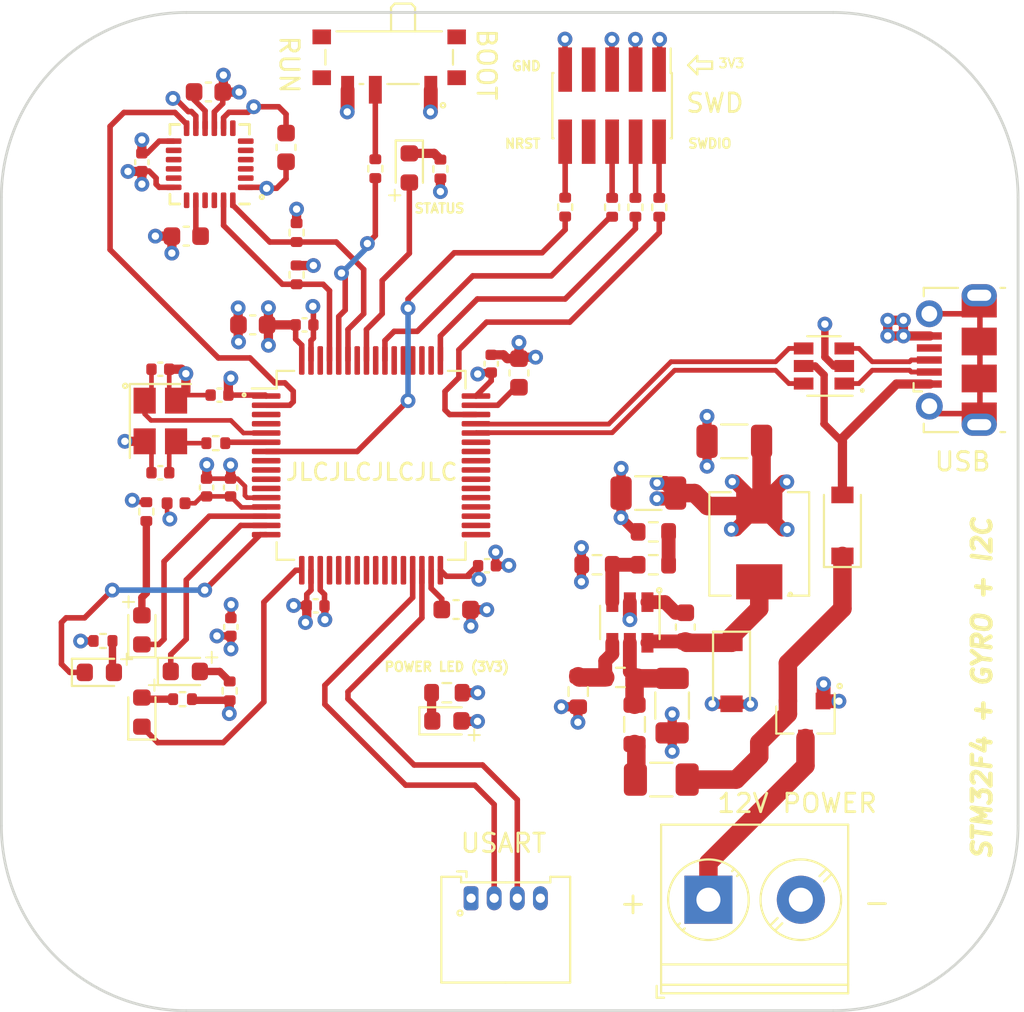
<source format=kicad_pcb>
(kicad_pcb (version 20171130) (host pcbnew "(5.1.10)-1")
  (layers (0 F.Cu signal) (1 In1.Cu power) (2 In2.Cu power) (31 B.Cu signal) (34 B.Paste user) (35 F.Paste user) (36 B.SilkS user) (37 F.SilkS user) (38 B.Mask user) (39 F.Mask user) (44 Edge.Cuts user))
  (net 0 "")
  (net 1 BUCK_IN)
  (net 2 GND)
  (net 3 "Net-(C2-Pad1)")
  (net 4 "Net-(C2-Pad2)")
  (net 5 +3V3)
  (net 6 HSE_IN)
  (net 7 "Net-(C5-Pad1)")
  (net 8 "Net-(C7-Pad1)")
  (net 9 "Net-(C8-Pad1)")
  (net 10 "Net-(C9-Pad1)")
  (net 11 "Net-(C10-Pad1)")
  (net 12 +3.3VA)
  (net 13 "Net-(D1-Pad1)")
  (net 14 +5V)
  (net 15 "Net-(D3-Pad1)")
  (net 16 "Net-(D4-Pad2)")
  (net 17 TIM2_CH1)
  (net 18 TIM2_CH2)
  (net 19 "Net-(D5-Pad2)")
  (net 20 TIM2_CH3)
  (net 21 "Net-(D6-Pad2)")
  (net 22 TIM2_CH4)
  (net 23 "Net-(D7-Pad2)")
  (net 24 LED)
  (net 25 "Net-(D8-Pad1)")
  (net 26 "Net-(F1-Pad1)")
  (net 27 +12V)
  (net 28 "Net-(J1-Pad6)")
  (net 29 USB_CONN_D-)
  (net 30 "Net-(J1-Pad4)")
  (net 31 USB_CONN_D+)
  (net 32 USART_TX)
  (net 33 USART_RX)
  (net 34 "Net-(J3-Pad2)")
  (net 35 "Net-(J3-Pad4)")
  (net 36 "Net-(J3-Pad6)")
  (net 37 "Net-(J3-Pad7)")
  (net 38 "Net-(J3-Pad8)")
  (net 39 "Net-(J3-Pad10)")
  (net 40 "Net-(R1-Pad2)")
  (net 41 BUCK_FB)
  (net 42 "Net-(R4-Pad2)")
  (net 43 "Net-(R7-Pad1)")
  (net 44 BOOT0)
  (net 45 SWDIO)
  (net 46 SWCLK)
  (net 47 SWO)
  (net 48 NRST)
  (net 49 HSE_OUT)
  (net 50 I2C_SCL)
  (net 51 I2C_SDA)
  (net 52 "Net-(U2-Pad6)")
  (net 53 "Net-(U2-Pad7)")
  (net 54 GYRO_INT)
  (net 55 USB_OTG_FS_D+)
  (net 56 USB_OTG_FS_D-)
  (net 57 "Net-(U4-Pad3)")
  (net 58 "Net-(U4-Pad4)")
  (net 59 "Net-(U4-Pad8)")
  (net 60 "Net-(U4-Pad9)")
  (net 61 "Net-(U4-Pad10)")
  (net 62 "Net-(U4-Pad11)")
  (net 63 "Net-(U4-Pad20)")
  (net 64 "Net-(U4-Pad21)")
  (net 65 "Net-(U4-Pad22)")
  (net 66 "Net-(U4-Pad23)")
  (net 67 "Net-(U4-Pad25)")
  (net 68 "Net-(U4-Pad26)")
  (net 69 "Net-(U4-Pad27)")
  (net 70 "Net-(U4-Pad33)")
  (net 71 "Net-(U4-Pad34)")
  (net 72 "Net-(U4-Pad35)")
  (net 73 "Net-(U4-Pad36)")
  (net 74 "Net-(U4-Pad37)")
  (net 75 "Net-(U4-Pad38)")
  (net 76 "Net-(U4-Pad40)")
  (net 77 "Net-(U4-Pad41)")
  (net 78 "Net-(U4-Pad42)")
  (net 79 "Net-(U4-Pad43)")
  (net 80 "Net-(U4-Pad50)")
  (net 81 "Net-(U4-Pad51)")
  (net 82 "Net-(U4-Pad52)")
  (net 83 "Net-(U4-Pad54)")
  (net 84 "Net-(U4-Pad56)")
  (net 85 "Net-(U4-Pad58)")
  (net 86 "Net-(U4-Pad62)")
  (net 87 "Net-(U4-Pad39)")
  (net 88 "Net-(U4-Pad53)")
  (net 89 "Net-(U4-Pad28)")
  (net 90 "Net-(U4-Pad24)")
  (module Capacitor_SMD:C_0603_1608Metric (layer F.Cu) (at 140.4 84.8 270)
    (fp_text reference C21)
    (fp_text value 10nF)
    (pad 2 smd roundrect (at 0.775 0 270) (size 0.9 0.95) (layers F.Cu F.Paste F.Mask) (net 2 GND))
    (pad 1 smd roundrect (at -0.775 0 270) (size 0.9 0.95) (layers F.Cu F.Paste F.Mask) (net 5 +3V3))
  )
  (module Capacitor_SMD:C_1206_3216Metric (layer F.Cu) (at 164.65 100.7 180)
    (fp_text reference C20)
    (fp_text value 10uF)
    (pad 2 smd roundrect (at 1.475 0 180) (size 1.15 1.8) (layers F.Cu F.Paste F.Mask) (roundrect_rratio 0.2173904347826087) (net 2 GND))
    (pad 1 smd roundrect (at -1.475 0 180) (size 1.15 1.8) (layers F.Cu F.Paste F.Mask) (roundrect_rratio 0.2173904347826087) (net 5 +3V3))
  )
  (module Connector_PinHeader_1.27mm:PinHeader_2x05_P1.27mm_Vertical_SMD (layer F.Cu) (at 158.04 82.54 270)
    (fp_text reference J3)
    (fp_text value SWD_CONN)
    (pad 10 smd rect (at 1.95 2.54 270) (size 2.4 0.74) (layers F.Cu F.Paste F.Mask) (net 39 "Net-(J3-Pad10)"))
    (pad 9 smd rect (at -1.95 2.54 270) (size 2.4 0.74) (layers F.Cu F.Paste F.Mask) (net 2 GND))
    (pad 8 smd rect (at 1.95 1.27 270) (size 2.4 0.74) (layers F.Cu F.Paste F.Mask) (net 38 "Net-(J3-Pad8)"))
    (pad 7 smd rect (at -1.95 1.27 270) (size 2.4 0.74) (layers F.Cu F.Paste F.Mask) (net 37 "Net-(J3-Pad7)"))
    (pad 6 smd rect (at 1.95 0 270) (size 2.4 0.74) (layers F.Cu F.Paste F.Mask) (net 36 "Net-(J3-Pad6)"))
    (pad 5 smd rect (at -1.95 0 270) (size 2.4 0.74) (layers F.Cu F.Paste F.Mask) (net 2 GND))
    (pad 4 smd rect (at 1.95 -1.27 270) (size 2.4 0.74) (layers F.Cu F.Paste F.Mask) (net 35 "Net-(J3-Pad4)"))
    (pad 3 smd rect (at -1.95 -1.27 270) (size 2.4 0.74) (layers F.Cu F.Paste F.Mask) (net 2 GND))
    (pad 2 smd rect (at 1.95 -2.54 270) (size 2.4 0.74) (layers F.Cu F.Paste F.Mask) (net 34 "Net-(J3-Pad2)"))
    (pad 1 smd rect (at -1.95 -2.54 270) (size 2.4 0.74) (layers F.Cu F.Paste F.Mask) (net 5 +3V3))
  )
  (module Package_QFP:LQFP-64_10x10mm_P0.5mm (layer F.Cu) (at 145 102)
    (fp_text reference U4)
    (fp_text value STM32F405RGTx)
    (pad 64 smd roundrect (at -3.75 -5.675) (size 0.3 1.55) (layers F.Cu F.Paste F.Mask) (net 5 +3V3))
    (pad 63 smd roundrect (at -3.25 -5.675) (size 0.3 1.55) (layers F.Cu F.Paste F.Mask) (net 2 GND))
    (pad 62 smd roundrect (at -2.75 -5.675) (size 0.3 1.55) (layers F.Cu F.Paste F.Mask) (net 86 "Net-(U4-Pad62)"))
    (pad 61 smd roundrect (at -2.25 -5.675) (size 0.3 1.55) (layers F.Cu F.Paste F.Mask) (net 50 I2C_SCL))
    (pad 60 smd roundrect (at -1.75 -5.675) (size 0.3 1.55) (layers F.Cu F.Paste F.Mask) (net 44 BOOT0))
    (pad 59 smd roundrect (at -1.25 -5.675) (size 0.3 1.55) (layers F.Cu F.Paste F.Mask) (net 51 I2C_SDA))
    (pad 58 smd roundrect (at -0.75 -5.675) (size 0.3 1.55) (layers F.Cu F.Paste F.Mask) (net 85 "Net-(U4-Pad58)"))
    (pad 57 smd roundrect (at -0.25 -5.675) (size 0.3 1.55) (layers F.Cu F.Paste F.Mask) (net 24 LED))
    (pad 56 smd roundrect (at 0.25 -5.675) (size 0.3 1.55) (layers F.Cu F.Paste F.Mask) (net 84 "Net-(U4-Pad56)"))
    (pad 55 smd roundrect (at 0.75 -5.675) (size 0.3 1.55) (layers F.Cu F.Paste F.Mask) (net 47 SWO))
    (pad 54 smd roundrect (at 1.25 -5.675) (size 0.3 1.55) (layers F.Cu F.Paste F.Mask) (net 83 "Net-(U4-Pad54)"))
    (pad 53 smd roundrect (at 1.75 -5.675) (size 0.3 1.55) (layers F.Cu F.Paste F.Mask) (net 88 "Net-(U4-Pad53)"))
    (pad 52 smd roundrect (at 2.25 -5.675) (size 0.3 1.55) (layers F.Cu F.Paste F.Mask) (net 82 "Net-(U4-Pad52)"))
    (pad 51 smd roundrect (at 2.75 -5.675) (size 0.3 1.55) (layers F.Cu F.Paste F.Mask) (net 81 "Net-(U4-Pad51)"))
    (pad 50 smd roundrect (at 3.25 -5.675) (size 0.3 1.55) (layers F.Cu F.Paste F.Mask) (net 80 "Net-(U4-Pad50)"))
    (pad 49 smd roundrect (at 3.75 -5.675) (size 0.3 1.55) (layers F.Cu F.Paste F.Mask) (net 46 SWCLK))
    (pad 48 smd roundrect (at 5.675 -3.75) (size 1.55 0.3) (layers F.Cu F.Paste F.Mask) (net 5 +3V3))
    (pad 47 smd roundrect (at 5.675 -3.25) (size 1.55 0.3) (layers F.Cu F.Paste F.Mask) (net 11 "Net-(C10-Pad1)"))
    (pad 46 smd roundrect (at 5.675 -2.75) (size 1.55 0.3) (layers F.Cu F.Paste F.Mask) (net 45 SWDIO))
    (pad 45 smd roundrect (at 5.675 -2.25) (size 1.55 0.3) (layers F.Cu F.Paste F.Mask) (net 55 USB_OTG_FS_D+))
    (pad 44 smd roundrect (at 5.675 -1.75) (size 1.55 0.3) (layers F.Cu F.Paste F.Mask) (net 56 USB_OTG_FS_D-))
    (pad 43 smd roundrect (at 5.675 -1.25) (size 1.55 0.3) (layers F.Cu F.Paste F.Mask) (net 79 "Net-(U4-Pad43)"))
    (pad 42 smd roundrect (at 5.675 -0.75) (size 1.55 0.3) (layers F.Cu F.Paste F.Mask) (net 78 "Net-(U4-Pad42)"))
    (pad 41 smd roundrect (at 5.675 -0.25) (size 1.55 0.3) (layers F.Cu F.Paste F.Mask) (net 77 "Net-(U4-Pad41)"))
    (pad 40 smd roundrect (at 5.675 0.25) (size 1.55 0.3) (layers F.Cu F.Paste F.Mask) (net 76 "Net-(U4-Pad40)"))
    (pad 39 smd roundrect (at 5.675 0.75) (size 1.55 0.3) (layers F.Cu F.Paste F.Mask) (net 87 "Net-(U4-Pad39)"))
    (pad 38 smd roundrect (at 5.675 1.25) (size 1.55 0.3) (layers F.Cu F.Paste F.Mask) (net 75 "Net-(U4-Pad38)"))
    (pad 37 smd roundrect (at 5.675 1.75) (size 1.55 0.3) (layers F.Cu F.Paste F.Mask) (net 74 "Net-(U4-Pad37)"))
    (pad 36 smd roundrect (at 5.675 2.25) (size 1.55 0.3) (layers F.Cu F.Paste F.Mask) (net 73 "Net-(U4-Pad36)"))
    (pad 35 smd roundrect (at 5.675 2.75) (size 1.55 0.3) (layers F.Cu F.Paste F.Mask) (net 72 "Net-(U4-Pad35)"))
    (pad 34 smd roundrect (at 5.675 3.25) (size 1.55 0.3) (layers F.Cu F.Paste F.Mask) (net 71 "Net-(U4-Pad34)"))
    (pad 33 smd roundrect (at 5.675 3.75) (size 1.55 0.3) (layers F.Cu F.Paste F.Mask) (net 70 "Net-(U4-Pad33)"))
    (pad 32 smd roundrect (at 3.75 5.675) (size 0.3 1.55) (layers F.Cu F.Paste F.Mask) (net 5 +3V3))
    (pad 31 smd roundrect (at 3.25 5.675) (size 0.3 1.55) (layers F.Cu F.Paste F.Mask) (net 10 "Net-(C9-Pad1)"))
    (pad 30 smd roundrect (at 2.75 5.675) (size 0.3 1.55) (layers F.Cu F.Paste F.Mask) (net 33 USART_RX))
    (pad 29 smd roundrect (at 2.25 5.675) (size 0.3 1.55) (layers F.Cu F.Paste F.Mask) (net 32 USART_TX))
    (pad 28 smd roundrect (at 1.75 5.675) (size 0.3 1.55) (layers F.Cu F.Paste F.Mask) (net 89 "Net-(U4-Pad28)"))
    (pad 27 smd roundrect (at 1.25 5.675) (size 0.3 1.55) (layers F.Cu F.Paste F.Mask) (net 69 "Net-(U4-Pad27)"))
    (pad 26 smd roundrect (at 0.75 5.675) (size 0.3 1.55) (layers F.Cu F.Paste F.Mask) (net 68 "Net-(U4-Pad26)"))
    (pad 25 smd roundrect (at 0.25 5.675) (size 0.3 1.55) (layers F.Cu F.Paste F.Mask) (net 67 "Net-(U4-Pad25)"))
    (pad 24 smd roundrect (at -0.25 5.675) (size 0.3 1.55) (layers F.Cu F.Paste F.Mask) (net 90 "Net-(U4-Pad24)"))
    (pad 23 smd roundrect (at -0.75 5.675) (size 0.3 1.55) (layers F.Cu F.Paste F.Mask) (net 66 "Net-(U4-Pad23)"))
    (pad 22 smd roundrect (at -1.25 5.675) (size 0.3 1.55) (layers F.Cu F.Paste F.Mask) (net 65 "Net-(U4-Pad22)"))
    (pad 21 smd roundrect (at -1.75 5.675) (size 0.3 1.55) (layers F.Cu F.Paste F.Mask) (net 64 "Net-(U4-Pad21)"))
    (pad 20 smd roundrect (at -2.25 5.675) (size 0.3 1.55) (layers F.Cu F.Paste F.Mask) (net 63 "Net-(U4-Pad20)"))
    (pad 19 smd roundrect (at -2.75 5.675) (size 0.3 1.55) (layers F.Cu F.Paste F.Mask) (net 5 +3V3))
    (pad 18 smd roundrect (at -3.25 5.675) (size 0.3 1.55) (layers F.Cu F.Paste F.Mask) (net 2 GND))
    (pad 17 smd roundrect (at -3.75 5.675) (size 0.3 1.55) (layers F.Cu F.Paste F.Mask) (net 22 TIM2_CH4))
    (pad 16 smd roundrect (at -5.675 3.75) (size 1.55 0.3) (layers F.Cu F.Paste F.Mask) (net 20 TIM2_CH3))
    (pad 15 smd roundrect (at -5.675 3.25) (size 1.55 0.3) (layers F.Cu F.Paste F.Mask) (net 18 TIM2_CH2))
    (pad 14 smd roundrect (at -5.675 2.75) (size 1.55 0.3) (layers F.Cu F.Paste F.Mask) (net 17 TIM2_CH1))
    (pad 13 smd roundrect (at -5.675 2.25) (size 1.55 0.3) (layers F.Cu F.Paste F.Mask) (net 12 +3.3VA))
    (pad 12 smd roundrect (at -5.675 1.75) (size 1.55 0.3) (layers F.Cu F.Paste F.Mask) (net 2 GND))
    (pad 11 smd roundrect (at -5.675 1.25) (size 1.55 0.3) (layers F.Cu F.Paste F.Mask) (net 62 "Net-(U4-Pad11)"))
    (pad 10 smd roundrect (at -5.675 0.75) (size 1.55 0.3) (layers F.Cu F.Paste F.Mask) (net 61 "Net-(U4-Pad10)"))
    (pad 9 smd roundrect (at -5.675 0.25) (size 1.55 0.3) (layers F.Cu F.Paste F.Mask) (net 60 "Net-(U4-Pad9)"))
    (pad 8 smd roundrect (at -5.675 -0.25) (size 1.55 0.3) (layers F.Cu F.Paste F.Mask) (net 59 "Net-(U4-Pad8)"))
    (pad 7 smd roundrect (at -5.675 -0.75) (size 1.55 0.3) (layers F.Cu F.Paste F.Mask) (net 48 NRST))
    (pad 6 smd roundrect (at -5.675 -1.25) (size 1.55 0.3) (layers F.Cu F.Paste F.Mask) (net 49 HSE_OUT))
    (pad 5 smd roundrect (at -5.675 -1.75) (size 1.55 0.3) (layers F.Cu F.Paste F.Mask) (net 6 HSE_IN))
    (pad 4 smd roundrect (at -5.675 -2.25) (size 1.55 0.3) (layers F.Cu F.Paste F.Mask) (net 58 "Net-(U4-Pad4)"))
    (pad 3 smd roundrect (at -5.675 -2.75) (size 1.55 0.3) (layers F.Cu F.Paste F.Mask) (net 57 "Net-(U4-Pad3)"))
    (pad 2 smd roundrect (at -5.675 -3.25) (size 1.55 0.3) (layers F.Cu F.Paste F.Mask) (net 54 GYRO_INT))
    (pad 1 smd roundrect (at -5.675 -3.75) (size 1.55 0.3) (layers F.Cu F.Paste F.Mask) (net 5 +3V3))
  )
  (module Package_TO_SOT_SMD:SOT-23-6 (layer F.Cu) (at 169.5 96.625 180)
    (fp_text reference U3)
    (fp_text value USBLC6-2SC6)
    (pad 5 smd rect (at 1.1 0 180) (size 1.06 0.65) (layers F.Cu F.Paste F.Mask) (net 14 +5V))
    (pad 6 smd rect (at 1.1 -0.95 180) (size 1.06 0.65) (layers F.Cu F.Paste F.Mask) (net 56 USB_OTG_FS_D-))
    (pad 4 smd rect (at 1.1 0.95 180) (size 1.06 0.65) (layers F.Cu F.Paste F.Mask) (net 55 USB_OTG_FS_D+))
    (pad 3 smd rect (at -1.1 0.95 180) (size 1.06 0.65) (layers F.Cu F.Paste F.Mask) (net 31 USB_CONN_D+))
    (pad 2 smd rect (at -1.1 0 180) (size 1.06 0.65) (layers F.Cu F.Paste F.Mask) (net 2 GND))
    (pad 1 smd rect (at -1.1 -0.95 180) (size 1.06 0.65) (layers F.Cu F.Paste F.Mask) (net 29 USB_CONN_D-))
  )
  (module "USB Footprint Library:USB_Micro-B_Molex-105017-0001" (layer F.Cu) (at 176.6625 96.3 90)
    (fp_text reference J1)
    (fp_text value USB_B_Micro)
    (pad 6 smd rect (at -2.9 1.2375 90) (size 1.2 1.9) (layers F.Cu F.Mask) (net 28 "Net-(J1-Pad6)"))
    (pad 6 smd rect (at 2.9 1.2375 90) (size 1.2 1.9) (layers F.Cu F.Mask) (net 28 "Net-(J1-Pad6)"))
    (pad 6 thru_hole oval (at 3.5 1.2375 90) (size 1.2 1.9) (drill oval 0.6 1.3) (layers *.Cu *.Mask) (net 28 "Net-(J1-Pad6)"))
    (pad 6 thru_hole oval (at -3.5 1.2375 270) (size 1.2 1.9) (drill oval 0.6 1.3) (layers *.Cu *.Mask) (net 28 "Net-(J1-Pad6)"))
    (pad 6 smd rect (at -1 1.2375 90) (size 1.5 1.9) (layers F.Cu F.Paste F.Mask) (net 28 "Net-(J1-Pad6)"))
    (pad 6 thru_hole circle (at 2.5 -1.4625 90) (size 1.45 1.45) (drill 0.85) (layers *.Cu *.Mask) (net 28 "Net-(J1-Pad6)"))
    (pad 3 smd rect (at 0 -1.4625 90) (size 0.4 1.35) (layers F.Cu F.Paste F.Mask) (net 31 USB_CONN_D+))
    (pad 4 smd rect (at 0.65 -1.4625 90) (size 0.4 1.35) (layers F.Cu F.Paste F.Mask) (net 30 "Net-(J1-Pad4)"))
    (pad 5 smd rect (at 1.3 -1.4625 90) (size 0.4 1.35) (layers F.Cu F.Paste F.Mask) (net 2 GND))
    (pad 1 smd rect (at -1.3 -1.4625 90) (size 0.4 1.35) (layers F.Cu F.Paste F.Mask) (net 14 +5V))
    (pad 2 smd rect (at -0.65 -1.4625 90) (size 0.4 1.35) (layers F.Cu F.Paste F.Mask) (net 29 USB_CONN_D-))
    (pad 6 thru_hole circle (at -2.5 -1.4625 90) (size 1.45 1.45) (drill 0.85) (layers *.Cu *.Mask) (net 28 "Net-(J1-Pad6)"))
    (pad 6 smd rect (at 1 1.2375 90) (size 1.5 1.9) (layers F.Cu F.Paste F.Mask) (net 28 "Net-(J1-Pad6)"))
  )
  (module Capacitor_SMD:C_0603_1608Metric (layer F.Cu) (at 135 89.6 180)
    (fp_text reference C8)
    (fp_text value 2.2nF)
    (pad 2 smd roundrect (at 0.775 0 180) (size 0.9 0.95) (layers F.Cu F.Paste F.Mask) (net 2 GND))
    (pad 1 smd roundrect (at -0.775 0 180) (size 0.9 0.95) (layers F.Cu F.Paste F.Mask) (net 9 "Net-(C8-Pad1)"))
  )
  (module Capacitor_SMD:C_0603_1608Metric (layer F.Cu) (at 136.2 81.8)
    (fp_text reference C7)
    (fp_text value 100nF)
    (pad 2 smd roundrect (at 0.775 0) (size 0.9 0.95) (layers F.Cu F.Paste F.Mask) (net 2 GND))
    (pad 1 smd roundrect (at -0.775 0) (size 0.9 0.95) (layers F.Cu F.Paste F.Mask) (net 8 "Net-(C7-Pad1)"))
  )
  (module Resistor_SMD:R_0402_1005Metric (layer F.Cu) (at 148.75 85.97 270)
    (fp_text reference R20)
    (fp_text value 1k)
    (pad 2 smd roundrect (at 0.51 0 270) (size 0.54 0.64) (layers F.Cu F.Paste F.Mask) (net 2 GND))
    (pad 1 smd roundrect (at -0.51 0 270) (size 0.54 0.64) (layers F.Cu F.Paste F.Mask) (net 25 "Net-(D8-Pad1)"))
  )
  (module Resistor_SMD:R_0402_1005Metric (layer F.Cu) (at 134.8 114.65 180)
    (fp_text reference R19)
    (fp_text value 1.5k)
    (pad 2 smd roundrect (at 0.51 0 180) (size 0.54 0.64) (layers F.Cu F.Paste F.Mask) (net 23 "Net-(D7-Pad2)"))
    (pad 1 smd roundrect (at -0.51 0 180) (size 0.54 0.64) (layers F.Cu F.Paste F.Mask) (net 5 +3V3))
  )
  (module Resistor_SMD:R_0402_1005Metric (layer F.Cu) (at 130.5 111.5)
    (fp_text reference R18)
    (fp_text value 1.5k)
    (pad 2 smd roundrect (at 0.51 0) (size 0.54 0.64) (layers F.Cu F.Paste F.Mask) (net 21 "Net-(D6-Pad2)"))
    (pad 1 smd roundrect (at -0.51 0) (size 0.54 0.64) (layers F.Cu F.Paste F.Mask) (net 5 +3V3))
  )
  (module Resistor_SMD:R_0402_1005Metric (layer F.Cu) (at 137.35 114.2 90)
    (fp_text reference R17)
    (fp_text value 1.5k)
    (pad 2 smd roundrect (at 0.51 0 90) (size 0.54 0.64) (layers F.Cu F.Paste F.Mask) (net 19 "Net-(D5-Pad2)"))
    (pad 1 smd roundrect (at -0.51 0 90) (size 0.54 0.64) (layers F.Cu F.Paste F.Mask) (net 5 +3V3))
  )
  (module Resistor_SMD:R_0402_1005Metric (layer F.Cu) (at 132.842 104.502 270)
    (fp_text reference R16)
    (fp_text value 1.5k)
    (pad 2 smd roundrect (at 0.51 0 270) (size 0.54 0.64) (layers F.Cu F.Paste F.Mask) (net 16 "Net-(D4-Pad2)"))
    (pad 1 smd roundrect (at -0.51 0 270) (size 0.54 0.64) (layers F.Cu F.Paste F.Mask) (net 5 +3V3))
  )
  (module Resistor_SMD:R_0402_1005Metric (layer F.Cu) (at 140.97 89.408 270)
    (fp_text reference R15)
    (fp_text value 2.2k)
    (pad 2 smd roundrect (at 0.51 0 270) (size 0.54 0.64) (layers F.Cu F.Paste F.Mask) (net 51 I2C_SDA))
    (pad 1 smd roundrect (at -0.51 0 270) (size 0.54 0.64) (layers F.Cu F.Paste F.Mask) (net 5 +3V3))
  )
  (module Resistor_SMD:R_0402_1005Metric (layer F.Cu) (at 140.97 91.694 270)
    (fp_text reference R14)
    (fp_text value 2.2k)
    (pad 2 smd roundrect (at 0.51 0 270) (size 0.54 0.64) (layers F.Cu F.Paste F.Mask) (net 50 I2C_SCL))
    (pad 1 smd roundrect (at -0.51 0 270) (size 0.54 0.64) (layers F.Cu F.Paste F.Mask) (net 5 +3V3))
  )
  (module Inductor_SMD:L_0402_1005Metric (layer F.Cu) (at 134.45 104.05)
    (fp_text reference L2)
    (fp_text value 39nH)
    (pad 2 smd roundrect (at 0.485 0) (size 0.59 0.64) (layers F.Cu F.Paste F.Mask) (net 12 +3.3VA))
    (pad 1 smd roundrect (at -0.485 0) (size 0.59 0.64) (layers F.Cu F.Paste F.Mask) (net 5 +3V3))
  )
  (module Crystal:Crystal_SMD_3225-4Pin_3.2x2.5mm (layer F.Cu) (at 133.6 99.6 270)
    (fp_text reference Y1)
    (fp_text value 16MHz)
    (pad 4 smd rect (at -1.1 -0.85 270) (size 1.4 1.2) (layers F.Cu F.Paste F.Mask) (net 2 GND))
    (pad 3 smd rect (at 1.1 -0.85 270) (size 1.4 1.2) (layers F.Cu F.Paste F.Mask) (net 7 "Net-(C5-Pad1)"))
    (pad 2 smd rect (at 1.1 0.85 270) (size 1.4 1.2) (layers F.Cu F.Paste F.Mask) (net 2 GND))
    (pad 1 smd rect (at -1.1 0.85 270) (size 1.4 1.2) (layers F.Cu F.Paste F.Mask) (net 6 HSE_IN))
  )
  (module Sensor_Motion:InvenSense_QFN-24_4x4mm_P0.5mm (layer F.Cu) (at 136.27 85.71 180)
    (fp_text reference U2)
    (fp_text value MPU-6050)
    (pad 24 smd roundrect (at -1.25 -1.95 270) (size 0.85 0.3) (layers F.Cu F.Paste F.Mask) (net 51 I2C_SDA))
    (pad 23 smd roundrect (at -0.75 -1.95 270) (size 0.85 0.3) (layers F.Cu F.Paste F.Mask) (net 50 I2C_SCL))
    (pad 22 smd roundrect (at -0.25 -1.95 270) (size 0.85 0.3) (layers F.Cu F.Paste F.Mask))
    (pad 21 smd roundrect (at 0.25 -1.95 270) (size 0.85 0.3) (layers F.Cu F.Paste F.Mask))
    (pad 20 smd roundrect (at 0.75 -1.95 270) (size 0.85 0.3) (layers F.Cu F.Paste F.Mask) (net 9 "Net-(C8-Pad1)"))
    (pad 19 smd roundrect (at 1.25 -1.95 270) (size 0.85 0.3) (layers F.Cu F.Paste F.Mask))
    (pad 18 smd roundrect (at 1.95 -1.25 180) (size 0.85 0.3) (layers F.Cu F.Paste F.Mask) (net 2 GND))
    (pad 17 smd roundrect (at 1.95 -0.75 180) (size 0.85 0.3) (layers F.Cu F.Paste F.Mask))
    (pad 16 smd roundrect (at 1.95 -0.25 180) (size 0.85 0.3) (layers F.Cu F.Paste F.Mask))
    (pad 15 smd roundrect (at 1.95 0.25 180) (size 0.85 0.3) (layers F.Cu F.Paste F.Mask))
    (pad 14 smd roundrect (at 1.95 0.75 180) (size 0.85 0.3) (layers F.Cu F.Paste F.Mask))
    (pad 13 smd roundrect (at 1.95 1.25 180) (size 0.85 0.3) (layers F.Cu F.Paste F.Mask) (net 5 +3V3))
    (pad 12 smd roundrect (at 1.25 1.95 270) (size 0.85 0.3) (layers F.Cu F.Paste F.Mask) (net 54 GYRO_INT))
    (pad 11 smd roundrect (at 0.75 1.95 270) (size 0.85 0.3) (layers F.Cu F.Paste F.Mask) (net 2 GND))
    (pad 10 smd roundrect (at 0.25 1.95 270) (size 0.85 0.3) (layers F.Cu F.Paste F.Mask) (net 8 "Net-(C7-Pad1)"))
    (pad 9 smd roundrect (at -0.25 1.95 270) (size 0.85 0.3) (layers F.Cu F.Paste F.Mask) (net 2 GND))
    (pad 8 smd roundrect (at -0.75 1.95 270) (size 0.85 0.3) (layers F.Cu F.Paste F.Mask) (net 5 +3V3))
    (pad 7 smd roundrect (at -1.25 1.95 270) (size 0.85 0.3) (layers F.Cu F.Paste F.Mask) (net 53 "Net-(U2-Pad7)"))
    (pad 6 smd roundrect (at -1.95 1.25 180) (size 0.85 0.3) (layers F.Cu F.Paste F.Mask) (net 52 "Net-(U2-Pad6)"))
    (pad 5 smd roundrect (at -1.95 0.75 180) (size 0.85 0.3) (layers F.Cu F.Paste F.Mask))
    (pad 4 smd roundrect (at -1.95 0.25 180) (size 0.85 0.3) (layers F.Cu F.Paste F.Mask))
    (pad 3 smd roundrect (at -1.95 -0.25 180) (size 0.85 0.3) (layers F.Cu F.Paste F.Mask))
    (pad 2 smd roundrect (at -1.95 -0.75 180) (size 0.85 0.3) (layers F.Cu F.Paste F.Mask))
    (pad 1 smd roundrect (at -1.95 -1.25 180) (size 0.85 0.3) (layers F.Cu F.Paste F.Mask) (net 2 GND))
  )
  (module Package_TO_SOT_SMD:SOT-23-6 (layer F.Cu) (at 159 110.5 270)
    (fp_text reference U1)
    (fp_text value MP2359DJ-LF-Z)
    (pad 1 smd rect (at -1.1 -0.95 270) (size 1.06 0.65) (layers F.Cu F.Paste F.Mask) (net 3 "Net-(C2-Pad1)"))
    (pad 2 smd rect (at -1.1 0 270) (size 1.06 0.65) (layers F.Cu F.Paste F.Mask) (net 2 GND))
    (pad 3 smd rect (at -1.1 0.95 270) (size 1.06 0.65) (layers F.Cu F.Paste F.Mask) (net 41 BUCK_FB))
    (pad 4 smd rect (at 1.1 0.95 270) (size 1.06 0.65) (layers F.Cu F.Paste F.Mask) (net 40 "Net-(R1-Pad2)"))
    (pad 6 smd rect (at 1.1 -0.95 270) (size 1.06 0.65) (layers F.Cu F.Paste F.Mask) (net 4 "Net-(C2-Pad2)"))
    (pad 5 smd rect (at 1.1 0 270) (size 1.06 0.65) (layers F.Cu F.Paste F.Mask) (net 1 BUCK_IN))
  )
  (module Button_Switch_SMD:SW_SPDT_PCM12 (layer F.Cu) (at 145.98 80.25 180)
    (fp_text reference SW1)
    (fp_text value SW_SPDT)
    (pad "" smd rect (at -3.65 -0.78 180) (size 1 0.8) (layers F.Cu F.Paste F.Mask))
    (pad "" smd rect (at 3.65 -0.78 180) (size 1 0.8) (layers F.Cu F.Paste F.Mask))
    (pad "" smd rect (at 3.65 1.43 180) (size 1 0.8) (layers F.Cu F.Paste F.Mask))
    (pad "" smd rect (at -3.65 1.43 180) (size 1 0.8) (layers F.Cu F.Paste F.Mask))
    (pad 3 smd rect (at 2.25 -1.43 180) (size 0.7 1.5) (layers F.Cu F.Paste F.Mask) (net 2 GND))
    (pad 2 smd rect (at 0.75 -1.43 180) (size 0.7 1.5) (layers F.Cu F.Paste F.Mask) (net 43 "Net-(R7-Pad1)"))
    (pad 1 smd rect (at -2.25 -1.43 180) (size 0.7 1.5) (layers F.Cu F.Paste F.Mask) (net 5 +3V3))
    (pad "" np_thru_hole circle (at 1.5 0.33 180) (size 0.9 0.9) (drill 0.9) (layers *.Cu *.Mask))
    (pad "" np_thru_hole circle (at -1.5 0.33 180) (size 0.9 0.9) (drill 0.9) (layers *.Cu *.Mask))
  )
  (module Resistor_SMD:R_0402_1005Metric (layer F.Cu) (at 136.6 100.8 180)
    (fp_text reference R13)
    (fp_text value 47)
    (pad 2 smd roundrect (at 0.51 0 180) (size 0.54 0.64) (layers F.Cu F.Paste F.Mask) (net 7 "Net-(C5-Pad1)"))
    (pad 1 smd roundrect (at -0.51 0 180) (size 0.54 0.64) (layers F.Cu F.Paste F.Mask) (net 49 HSE_OUT))
  )
  (module Resistor_SMD:R_0402_1005Metric (layer F.Cu) (at 155.5 88.03 90)
    (fp_text reference R11)
    (fp_text value 22)
    (pad 2 smd roundrect (at 0.51 0 90) (size 0.54 0.64) (layers F.Cu F.Paste F.Mask) (net 39 "Net-(J3-Pad10)"))
    (pad 1 smd roundrect (at -0.51 0 90) (size 0.54 0.64) (layers F.Cu F.Paste F.Mask) (net 48 NRST))
  )
  (module Resistor_SMD:R_0402_1005Metric (layer F.Cu) (at 158.04 88.04 90)
    (fp_text reference R10)
    (fp_text value 22)
    (pad 2 smd roundrect (at 0.51 0 90) (size 0.54 0.64) (layers F.Cu F.Paste F.Mask) (net 36 "Net-(J3-Pad6)"))
    (pad 1 smd roundrect (at -0.51 0 90) (size 0.54 0.64) (layers F.Cu F.Paste F.Mask) (net 47 SWO))
  )
  (module Resistor_SMD:R_0402_1005Metric (layer F.Cu) (at 159.3 88.04 90)
    (fp_text reference R9)
    (fp_text value 22)
    (pad 2 smd roundrect (at 0.51 0 90) (size 0.54 0.64) (layers F.Cu F.Paste F.Mask) (net 35 "Net-(J3-Pad4)"))
    (pad 1 smd roundrect (at -0.51 0 90) (size 0.54 0.64) (layers F.Cu F.Paste F.Mask) (net 46 SWCLK))
  )
  (module Resistor_SMD:R_0402_1005Metric (layer F.Cu) (at 160.59 88.04 90)
    (fp_text reference R8)
    (fp_text value 22)
    (pad 2 smd roundrect (at 0.51 0 90) (size 0.54 0.64) (layers F.Cu F.Paste F.Mask) (net 34 "Net-(J3-Pad2)"))
    (pad 1 smd roundrect (at -0.51 0 90) (size 0.54 0.64) (layers F.Cu F.Paste F.Mask) (net 45 SWDIO))
  )
  (module Resistor_SMD:R_0402_1005Metric (layer F.Cu) (at 145.23 85.95 270)
    (fp_text reference R7)
    (fp_text value 10k)
    (pad 2 smd roundrect (at 0.51 0 270) (size 0.54 0.64) (layers F.Cu F.Paste F.Mask) (net 44 BOOT0))
    (pad 1 smd roundrect (at -0.51 0 270) (size 0.54 0.64) (layers F.Cu F.Paste F.Mask) (net 43 "Net-(R7-Pad1)"))
  )
  (module Resistor_SMD:R_0603_1608Metric (layer F.Cu) (at 160.27 105.6 180)
    (fp_text reference R6)
    (fp_text value 270)
    (pad 2 smd roundrect (at 0.825 0 180) (size 0.8 0.95) (layers F.Cu F.Paste F.Mask) (net 2 GND))
    (pad 1 smd roundrect (at -0.825 0 180) (size 0.8 0.95) (layers F.Cu F.Paste F.Mask) (net 42 "Net-(R4-Pad2)"))
  )
  (module Resistor_SMD:R_0603_1608Metric (layer F.Cu) (at 149.098 114.3)
    (fp_text reference R5)
    (fp_text value 1k)
    (pad 2 smd roundrect (at 0.825 0) (size 0.8 0.95) (layers F.Cu F.Paste F.Mask) (net 2 GND))
    (pad 1 smd roundrect (at -0.825 0) (size 0.8 0.95) (layers F.Cu F.Paste F.Mask) (net 15 "Net-(D3-Pad1)"))
  )
  (module Resistor_SMD:R_0603_1608Metric (layer F.Cu) (at 160.27 107.378)
    (fp_text reference R4)
    (fp_text value 15k)
    (pad 2 smd roundrect (at 0.825 0) (size 0.8 0.95) (layers F.Cu F.Paste F.Mask) (net 42 "Net-(R4-Pad2)"))
    (pad 1 smd roundrect (at -0.825 0) (size 0.8 0.95) (layers F.Cu F.Paste F.Mask) (net 41 BUCK_FB))
  )
  (module Resistor_SMD:R_0603_1608Metric (layer F.Cu) (at 156.206 114.236 270)
    (fp_text reference R3)
    (fp_text value 82k)
    (pad 2 smd roundrect (at 0.825 0 270) (size 0.8 0.95) (layers F.Cu F.Paste F.Mask) (net 2 GND))
    (pad 1 smd roundrect (at -0.825 0 270) (size 0.8 0.95) (layers F.Cu F.Paste F.Mask) (net 40 "Net-(R1-Pad2)"))
  )
  (module Resistor_SMD:R_0603_1608Metric (layer F.Cu) (at 157.222 107.378)
    (fp_text reference R2)
    (fp_text value 47k)
    (pad 2 smd roundrect (at 0.825 0) (size 0.8 0.95) (layers F.Cu F.Paste F.Mask) (net 41 BUCK_FB))
    (pad 1 smd roundrect (at -0.825 0) (size 0.8 0.95) (layers F.Cu F.Paste F.Mask) (net 5 +3V3))
  )
  (module Resistor_SMD:R_0603_1608Metric (layer F.Cu) (at 158.492 113.474 180)
    (fp_text reference R1)
    (fp_text value 120k)
    (pad 2 smd roundrect (at 0.825 0 180) (size 0.8 0.95) (layers F.Cu F.Paste F.Mask) (net 40 "Net-(R1-Pad2)"))
    (pad 1 smd roundrect (at -0.825 0 180) (size 0.8 0.95) (layers F.Cu F.Paste F.Mask) (net 1 BUCK_IN))
  )
  (module Package_TO_SOT_SMD:SOT-23 (layer F.Cu) (at 168.5 115.75 270)
    (fp_text reference Q1)
    (fp_text value AO3401A)
    (pad 3 smd rect (at 1 0 270) (size 0.9 0.8) (layers F.Cu F.Paste F.Mask) (net 27 +12V))
    (pad 2 smd rect (at -1 0.95 270) (size 0.9 0.8) (layers F.Cu F.Paste F.Mask) (net 13 "Net-(D1-Pad1)"))
    (pad 1 smd rect (at -1 -0.95 270) (size 0.9 0.8) (layers F.Cu F.Paste F.Mask) (net 2 GND))
  )
  (module Inductor_SMD:L_Sunlord_MWSA0518_5.4x5.2mm (layer F.Cu) (at 166 106.25 90)
    (fp_text reference L1)
    (fp_text value 4.7uH)
    (pad 2 smd rect (at 2.05 0 90) (size 1.9 2.5) (layers F.Cu F.Paste F.Mask) (net 5 +3V3))
    (pad 1 smd rect (at -2.05 0 90) (size 1.9 2.5) (layers F.Cu F.Paste F.Mask) (net 4 "Net-(C2-Pad2)"))
  )
  (module TerminalBlock_Phoenix:TerminalBlock_Phoenix_PT-1,5-2-5.0-H_1x02_P5.00mm_Horizontal (layer F.Cu) (at 163.25 125.5)
    (fp_text reference J4)
    (fp_text value 12V_CONN)
    (pad 2 thru_hole circle (at 5 0) (size 2.6 2.6) (drill 1.3) (layers *.Cu *.Mask) (net 2 GND))
    (pad 1 thru_hole rect (at 0 0) (size 2.6 2.6) (drill 1.3) (layers *.Cu *.Mask) (net 27 +12V))
  )
  (module Connector_Molex:Molex_PicoBlade_53048-0410_1x04_P1.25mm_Horizontal (layer F.Cu) (at 150.41 125.42)
    (fp_text reference J2)
    (fp_text value USART_CONN)
    (pad 1 thru_hole roundrect (at 0 0) (size 0.8 1.3) (drill 0.5) (layers *.Cu *.Mask) (net 5 +3V3))
    (pad 2 thru_hole oval (at 1.25 0) (size 0.8 1.3) (drill 0.5) (layers *.Cu *.Mask) (net 32 USART_TX))
    (pad 3 thru_hole oval (at 2.5 0) (size 0.8 1.3) (drill 0.5) (layers *.Cu *.Mask) (net 33 USART_RX))
    (pad 4 thru_hole oval (at 3.75 0) (size 0.8 1.3) (drill 0.5) (layers *.Cu *.Mask) (net 2 GND))
  )
  (module Inductor_SMD:L_0805_2012Metric (layer F.Cu) (at 159.254 116.014 90)
    (fp_text reference FB1)
    (fp_text value "600 @ 100Mhz")
    (pad 2 smd roundrect (at 1.0625 0 90) (size 0.875 1.2) (layers F.Cu F.Paste F.Mask) (net 1 BUCK_IN))
    (pad 1 smd roundrect (at -1.0625 0 90) (size 0.875 1.2) (layers F.Cu F.Paste F.Mask) (net 26 "Net-(F1-Pad1)"))
  )
  (module LED_SMD:LED_0603_1608Metric (layer F.Cu) (at 147.07 85.91 270)
    (fp_text reference D8)
    (fp_text value YELLOW_LED)
    (pad 2 smd roundrect (at 0.7875 0 270) (size 0.875 0.95) (layers F.Cu F.Paste F.Mask) (net 24 LED))
    (pad 1 smd roundrect (at -0.7875 0 270) (size 0.875 0.95) (layers F.Cu F.Paste F.Mask) (net 25 "Net-(D8-Pad1)"))
  )
  (module LED_SMD:LED_0603_1608Metric (layer F.Cu) (at 132.6 115.35 90)
    (fp_text reference D7)
    (fp_text value BLUE_LED)
    (pad 2 smd roundrect (at 0.7875 0 90) (size 0.875 0.95) (layers F.Cu F.Paste F.Mask) (net 23 "Net-(D7-Pad2)"))
    (pad 1 smd roundrect (at -0.7875 0 90) (size 0.875 0.95) (layers F.Cu F.Paste F.Mask) (net 22 TIM2_CH4))
  )
  (module LED_SMD:LED_0603_1608Metric (layer F.Cu) (at 130.3 113.2)
    (fp_text reference D6)
    (fp_text value BLUE_LED)
    (pad 2 smd roundrect (at 0.7875 0) (size 0.875 0.95) (layers F.Cu F.Paste F.Mask) (net 21 "Net-(D6-Pad2)"))
    (pad 1 smd roundrect (at -0.7875 0) (size 0.875 0.95) (layers F.Cu F.Paste F.Mask) (net 20 TIM2_CH3))
  )
  (module LED_SMD:LED_0603_1608Metric (layer F.Cu) (at 134.95 113.15)
    (fp_text reference D5)
    (fp_text value BLUE_LED)
    (pad 2 smd roundrect (at 0.7875 0) (size 0.875 0.95) (layers F.Cu F.Paste F.Mask) (net 19 "Net-(D5-Pad2)"))
    (pad 1 smd roundrect (at -0.7875 0) (size 0.875 0.95) (layers F.Cu F.Paste F.Mask) (net 18 TIM2_CH2))
  )
  (module LED_SMD:LED_0603_1608Metric (layer F.Cu) (at 132.6 110.9 90)
    (fp_text reference D4)
    (fp_text value BLUE_LED)
    (pad 2 smd roundrect (at 0.7875 0 90) (size 0.875 0.95) (layers F.Cu F.Paste F.Mask) (net 16 "Net-(D4-Pad2)"))
    (pad 1 smd roundrect (at -0.7875 0 90) (size 0.875 0.95) (layers F.Cu F.Paste F.Mask) (net 17 TIM2_CH1))
  )
  (module LED_SMD:LED_0603_1608Metric (layer F.Cu) (at 149.098 115.824)
    (fp_text reference D3)
    (fp_text value LED_RED)
    (pad 2 smd roundrect (at 0.7875 0) (size 0.875 0.95) (layers F.Cu F.Paste F.Mask) (net 5 +3V3))
    (pad 1 smd roundrect (at -0.7875 0) (size 0.875 0.95) (layers F.Cu F.Paste F.Mask) (net 15 "Net-(D3-Pad1)"))
  )
  (module Diode_SMD:D_SOD-123 (layer F.Cu) (at 164.5 113.25 270)
    (fp_text reference D2)
    (fp_text value B5819W)
    (pad 2 smd rect (at 1.65 0 270) (size 0.9 1.2) (layers F.Cu F.Paste F.Mask) (net 2 GND))
    (pad 1 smd rect (at -1.65 0 270) (size 0.9 1.2) (layers F.Cu F.Paste F.Mask) (net 4 "Net-(C2-Pad2)"))
  )
  (module Diode_SMD:D_SOD-123 (layer F.Cu) (at 170.5 105.25 90)
    (fp_text reference D1)
    (fp_text value B5819W)
    (pad 1 smd rect (at -1.65 0 90) (size 0.9 1.2) (layers F.Cu F.Paste F.Mask) (net 13 "Net-(D1-Pad1)"))
    (pad 2 smd rect (at 1.65 0 90) (size 0.9 1.2) (layers F.Cu F.Paste F.Mask) (net 14 +5V))
  )
  (module Capacitor_SMD:C_0402_1005Metric (layer F.Cu) (at 137.414 110.744 270)
    (fp_text reference C19)
    (fp_text value 100nF)
    (pad 1 smd roundrect (at -0.48 0 270) (size 0.56 0.62) (layers F.Cu F.Paste F.Mask) (net 5 +3V3))
    (pad 2 smd roundrect (at 0.48 0 270) (size 0.56 0.62) (layers F.Cu F.Paste F.Mask) (net 2 GND))
  )
  (module Capacitor_SMD:C_0402_1005Metric (layer F.Cu) (at 137.4 103.2 90)
    (fp_text reference C18)
    (fp_text value 10nF)
    (pad 2 smd roundrect (at 0.48 0 90) (size 0.56 0.62) (layers F.Cu F.Paste F.Mask) (net 2 GND))
    (pad 1 smd roundrect (at -0.48 0 90) (size 0.56 0.62) (layers F.Cu F.Paste F.Mask) (net 12 +3.3VA))
  )
  (module Capacitor_SMD:C_0402_1005Metric (layer F.Cu) (at 136.1 103.2 90)
    (fp_text reference C17)
    (fp_text value 1uF)
    (pad 2 smd roundrect (at 0.48 0 90) (size 0.56 0.62) (layers F.Cu F.Paste F.Mask) (net 2 GND))
    (pad 1 smd roundrect (at -0.48 0 90) (size 0.56 0.62) (layers F.Cu F.Paste F.Mask) (net 12 +3.3VA))
  )
  (module Capacitor_SMD:C_0402_1005Metric (layer F.Cu) (at 151.27 107.43)
    (fp_text reference C16)
    (fp_text value 100nF)
    (pad 2 smd roundrect (at 0.48 0) (size 0.56 0.62) (layers F.Cu F.Paste F.Mask) (net 2 GND))
    (pad 1 smd roundrect (at -0.48 0) (size 0.56 0.62) (layers F.Cu F.Paste F.Mask) (net 5 +3V3))
  )
  (module Capacitor_SMD:C_0402_1005Metric (layer F.Cu) (at 136.8 98.2 180)
    (fp_text reference C15)
    (fp_text value 100nF)
    (pad 2 smd roundrect (at 0.48 0 180) (size 0.56 0.62) (layers F.Cu F.Paste F.Mask) (net 2 GND))
    (pad 1 smd roundrect (at -0.48 0 180) (size 0.56 0.62) (layers F.Cu F.Paste F.Mask) (net 5 +3V3))
  )
  (module Capacitor_SMD:C_0402_1005Metric (layer F.Cu) (at 151.5 96.5 90)
    (fp_text reference C14)
    (fp_text value 100nF)
    (pad 2 smd roundrect (at 0.48 0 90) (size 0.56 0.62) (layers F.Cu F.Paste F.Mask) (net 2 GND))
    (pad 1 smd roundrect (at -0.48 0 90) (size 0.56 0.62) (layers F.Cu F.Paste F.Mask) (net 5 +3V3))
  )
  (module Capacitor_SMD:C_0402_1005Metric (layer F.Cu) (at 141.4 94.4)
    (fp_text reference C13)
    (fp_text value 100nF)
    (pad 2 smd roundrect (at 0.48 0) (size 0.56 0.62) (layers F.Cu F.Paste F.Mask) (net 2 GND))
    (pad 1 smd roundrect (at -0.48 0) (size 0.56 0.62) (layers F.Cu F.Paste F.Mask) (net 5 +3V3))
  )
  (module Capacitor_SMD:C_0402_1005Metric (layer F.Cu) (at 142 109.6 180)
    (fp_text reference C12)
    (fp_text value 100nF)
    (pad 2 smd roundrect (at 0.48 0 180) (size 0.56 0.62) (layers F.Cu F.Paste F.Mask) (net 2 GND))
    (pad 1 smd roundrect (at -0.48 0 180) (size 0.56 0.62) (layers F.Cu F.Paste F.Mask) (net 5 +3V3))
  )
  (module Capacitor_SMD:C_0603_1608Metric (layer F.Cu) (at 138.6 94.4 180)
    (fp_text reference C11)
    (fp_text value 4.7uF)
    (pad 2 smd roundrect (at 0.775 0 180) (size 0.9 0.95) (layers F.Cu F.Paste F.Mask) (net 2 GND))
    (pad 1 smd roundrect (at -0.775 0 180) (size 0.9 0.95) (layers F.Cu F.Paste F.Mask) (net 5 +3V3))
  )
  (module Capacitor_SMD:C_0603_1608Metric (layer F.Cu) (at 153 97 90)
    (fp_text reference C10)
    (fp_text value 2.2uF)
    (pad 2 smd roundrect (at 0.775 0 90) (size 0.9 0.95) (layers F.Cu F.Paste F.Mask) (net 2 GND))
    (pad 1 smd roundrect (at -0.775 0 90) (size 0.9 0.95) (layers F.Cu F.Paste F.Mask) (net 11 "Net-(C10-Pad1)"))
  )
  (module Capacitor_SMD:C_0603_1608Metric (layer F.Cu) (at 149.6 109.8)
    (fp_text reference C9)
    (fp_text value 2.2uF)
    (pad 2 smd roundrect (at 0.775 0) (size 0.9 0.95) (layers F.Cu F.Paste F.Mask) (net 2 GND))
    (pad 1 smd roundrect (at -0.775 0) (size 0.9 0.95) (layers F.Cu F.Paste F.Mask) (net 10 "Net-(C9-Pad1)"))
  )
  (module Capacitor_SMD:C_0402_1005Metric (layer F.Cu) (at 132.6 85.6 270)
    (fp_text reference C6)
    (fp_text value 100nF)
    (pad 2 smd roundrect (at 0.48 0 270) (size 0.56 0.62) (layers F.Cu F.Paste F.Mask) (net 2 GND))
    (pad 1 smd roundrect (at -0.48 0 270) (size 0.56 0.62) (layers F.Cu F.Paste F.Mask) (net 5 +3V3))
  )
  (module Capacitor_SMD:C_0402_1005Metric (layer F.Cu) (at 133.6 102.4 180)
    (fp_text reference C5)
    (fp_text value 10pF)
    (pad 2 smd roundrect (at 0.48 0 180) (size 0.56 0.62) (layers F.Cu F.Paste F.Mask) (net 2 GND))
    (pad 1 smd roundrect (at -0.48 0 180) (size 0.56 0.62) (layers F.Cu F.Paste F.Mask) (net 7 "Net-(C5-Pad1)"))
  )
  (module Capacitor_SMD:C_0402_1005Metric (layer F.Cu) (at 133.6 96.8)
    (fp_text reference C4)
    (fp_text value 10pF)
    (pad 2 smd roundrect (at 0.48 0) (size 0.56 0.62) (layers F.Cu F.Paste F.Mask) (net 2 GND))
    (pad 1 smd roundrect (at -0.48 0) (size 0.56 0.62) (layers F.Cu F.Paste F.Mask) (net 6 HSE_IN))
  )
  (module Capacitor_SMD:C_1206_3216Metric (layer F.Cu) (at 160 103.5 180)
    (fp_text reference C3)
    (fp_text value 10uF)
    (pad 2 smd roundrect (at 1.475 0 180) (size 1.15 1.8) (layers F.Cu F.Paste F.Mask) (roundrect_rratio 0.2173904347826087) (net 2 GND))
    (pad 1 smd roundrect (at -1.475 0 180) (size 1.15 1.8) (layers F.Cu F.Paste F.Mask) (roundrect_rratio 0.2173904347826087) (net 5 +3V3))
  )
  (module Capacitor_SMD:C_0603_1608Metric (layer F.Cu) (at 162 110.75 270)
    (fp_text reference C2)
    (fp_text value 10nF)
    (pad 2 smd roundrect (at 0.775 0 270) (size 0.9 0.95) (layers F.Cu F.Paste F.Mask) (net 4 "Net-(C2-Pad2)"))
    (pad 1 smd roundrect (at -0.775 0 270) (size 0.9 0.95) (layers F.Cu F.Paste F.Mask) (net 3 "Net-(C2-Pad1)"))
  )
  (module Capacitor_SMD:C_1206_3216Metric (layer F.Cu) (at 161.286 114.998 270)
    (fp_text reference C1)
    (fp_text value 10uF)
    (pad 1 smd roundrect (at -1.475 0 270) (size 1.15 1.8) (layers F.Cu F.Paste F.Mask) (roundrect_rratio 0.2173904347826087) (net 1 BUCK_IN))
    (pad 2 smd roundrect (at 1.475 0 270) (size 1.15 1.8) (layers F.Cu F.Paste F.Mask) (roundrect_rratio 0.2173904347826087) (net 2 GND))
  )
  (module Fuse:Fuse_1206_3216Metric (layer F.Cu) (at 160.7 119)
    (fp_text reference F1)
    (fp_text value 250mA)
    (pad 1 smd roundrect (at -1.4 0) (size 1.25 1.75) (layers F.Cu F.Paste F.Mask) (roundrect_rratio 0.2) (net 26 "Net-(F1-Pad1)"))
    (pad 2 smd roundrect (at 1.4 0) (size 1.25 1.75) (layers F.Cu F.Paste F.Mask) (roundrect_rratio 0.2) (net 13 "Net-(D1-Pad1)"))
  )
  (gr_circle (center 131.7 97.7) (end 131.75 97.725) (layer F.SilkS) (width 0.12))
  (gr_circle (center 171.575 97.95) (end 171.625 98) (layer F.SilkS) (width 0.12))
  (gr_text JLCJLCJLCJLC (at 145.034 102.362) (layer F.SilkS) (effects (font (size 0.9 0.9))))
  (gr_text "STM32F4 + GYRO + I2C" (at 178.054 114.046 90) (layer F.SilkS) (effects (font (size 1 1) (thickness 0.25) italic)))
  (gr_text "-\n" (at 172.37 125.62) (layer F.SilkS) (effects (font (size 1.2 1.2))))
  (gr_text + (at 159.17 125.66) (layer F.SilkS) (effects (font (size 1.2 1.2))))
  (gr_circle (center 148.89 82.52) (end 148.84 82.49) (layer F.SilkS) (width 0.12))
  (gr_circle (center 139.09 87.485) (end 139.11 87.525) (layer F.SilkS) (width 0.12))
  (gr_circle (center 138.13 98.19) (end 138.18 98.25) (layer F.SilkS) (width 0.12))
  (gr_circle (center 149.81 126.22) (end 149.9 126.32) (layer F.SilkS) (width 0.12))
  (gr_circle (center 170.35 113.94) (end 170.39 113.98) (layer F.SilkS) (width 0.12))
  (gr_circle (center 160.59 108.76) (end 160.63 108.8) (layer F.SilkS) (width 0.12))
  (gr_circle (center 167.68 108.98) (end 167.6 108.94) (layer F.SilkS) (width 0.12))
  (gr_line (start 162.65 80.55) (end 162.65 80.85) (layer F.SilkS) (width 0.12))
  (gr_line (start 163.45 80.55) (end 162.65 80.55) (layer F.SilkS) (width 0.12))
  (gr_line (start 163.45 80.15) (end 163.45 80.55) (layer F.SilkS) (width 0.12))
  (gr_line (start 163.15 80.15) (end 163.45 80.15) (layer F.SilkS) (width 0.12))
  (gr_line (start 162.65 80.15) (end 163.15 80.15) (layer F.SilkS) (width 0.12))
  (gr_line (start 162.65 79.85) (end 162.65 80.15) (layer F.SilkS) (width 0.12))
  (gr_line (start 162.15 80.35) (end 162.65 79.85) (layer F.SilkS) (width 0.12))
  (gr_line (start 162.65 80.85) (end 162.15 80.35) (layer F.SilkS) (width 0.12))
  (gr_text "POWER LED (3V3)" (at 149.1 112.9) (layer F.SilkS) (effects (font (size 0.5 0.5) (thickness 0.125))))
  (gr_text STATUS (at 148.7 88.1) (layer F.SilkS) (effects (font (size 0.5 0.5) (thickness 0.125))))
  (gr_text "12V POWER" (at 168.05 120.28) (layer F.SilkS) (effects (font (size 1 1))))
  (gr_text USB (at 177 101.8) (layer F.SilkS) (effects (font (size 1 1))))
  (gr_text SWDIO (at 163.33 84.59) (layer F.SilkS) (effects (font (size 0.5 0.5) (thickness 0.125))))
  (gr_text NRST (at 153.2 84.6) (layer F.SilkS) (effects (font (size 0.5 0.5) (thickness 0.125))))
  (gr_text "3V3\n" (at 164.5 80.25) (layer F.SilkS) (effects (font (size 0.5 0.5) (thickness 0.1))))
  (gr_text GND (at 153.4 80.4) (layer F.SilkS) (effects (font (size 0.5 0.5) (thickness 0.125))))
  (gr_text SWD (at 163.6 82.4) (layer F.SilkS) (effects (font (size 1 1))))
  (gr_text USART (at 152.16 122.44) (layer F.SilkS) (effects (font (size 1 1))))
  (gr_text RUN (at 140.57 80.32 270) (layer F.SilkS) (effects (font (size 1 1))))
  (gr_text BOOT (at 151.24 80.32 270) (layer F.SilkS) (effects (font (size 1 1))))
  (gr_text + (at 146.28 87.33) (layer F.SilkS) (effects (font (size 0.8 0.8) (thickness 0.1))))
  (gr_text + (at 150.58 116.53) (layer F.SilkS) (effects (font (size 0.8 0.8) (thickness 0.1))))
  (gr_text + (at 136.38 112.33) (layer F.SilkS) (effects (font (size 0.8 0.8) (thickness 0.1))))
  (gr_text + (at 131.88 109.33) (layer F.SilkS) (effects (font (size 0.8 0.8) (thickness 0.1))))
  (gr_text + (at 131.78 112.43) (layer F.SilkS) (effects (font (size 0.8 0.8) (thickness 0.1))))
  (gr_text + (at 133.28 113.83) (layer F.SilkS) (effects (font (size 0.8 0.8) (thickness 0.1))))
  (gr_arc (start 135 87.5) (end 135 77.5) (angle -90) (layer Edge.Cuts) (width 0.15))
  (gr_arc (start 170 87.5) (end 180 87.5) (angle -90) (layer Edge.Cuts) (width 0.15))
  (gr_arc (start 170 121.5) (end 170 131.5) (angle -90) (layer Edge.Cuts) (width 0.15))
  (gr_arc (start 135 121.5) (end 125 121.5) (angle -90) (layer Edge.Cuts) (width 0.15))
  (gr_line (start 135 77.5) (end 170 77.5) (layer Edge.Cuts) (width 0.15))
  (gr_line (start 180 87.5) (end 180 121.5) (layer Edge.Cuts) (width 0.15))
  (gr_line (start 170 131.5) (end 135 131.5) (layer Edge.Cuts) (width 0.15))
  (gr_line (start 125 121.5) (end 125 87.5) (layer Edge.Cuts) (width 0.15))
  (via (at 163.175 102.05) (size 0.8) (drill 0.4) (layers F.Cu B.Cu) (net 2))
  (segment (start 163.175 102.05) (end 163.175 99.35) (width 0.5) (layer F.Cu) (net 2))
  (via (at 163.175 99.35) (size 0.8) (drill 0.4) (layers F.Cu B.Cu) (net 2))
  (segment (start 159.254 114.9515) (end 159.254 113.537) (width 1) (layer F.Cu) (net 1))
  (segment (start 159.254 113.537) (end 159.317 113.474) (width 1) (layer F.Cu) (net 1))
  (segment (start 161.286 113.523) (end 159.366 113.523) (width 1) (layer F.Cu) (net 1))
  (segment (start 159.366 113.523) (end 159.317 113.474) (width 1) (layer F.Cu) (net 1))
  (segment (start 159 111.6) (end 159 113.157) (width 0.75) (layer F.Cu) (net 1))
  (segment (start 159 113.157) (end 159.317 113.474) (width 0.75) (layer F.Cu) (net 1))
  (segment (start 175.2375 95) (end 173.8 95) (width 0.5) (layer F.Cu) (net 2))
  (via (at 136.11 101.96) (size 0.8) (drill 0.4) (layers F.Cu B.Cu) (net 2))
  (segment (start 136.1 102.72) (end 136.11 102.71) (width 0.5) (layer F.Cu) (net 2))
  (segment (start 136.11 102.71) (end 136.11 101.96) (width 0.5) (layer F.Cu) (net 2))
  (via (at 136.66 111.23) (size 0.8) (drill 0.4) (layers F.Cu B.Cu) (net 2))
  (segment (start 136.66 111.23) (end 136.666 111.224) (width 0.4) (layer F.Cu) (net 2))
  (segment (start 136.666 111.224) (end 137.414 111.224) (width 0.4) (layer F.Cu) (net 2))
  (via (at 137.42 111.93) (size 0.8) (drill 0.4) (layers F.Cu B.Cu) (net 2))
  (segment (start 137.414 111.224) (end 137.42 111.23) (width 0.4) (layer F.Cu) (net 2))
  (segment (start 137.42 111.23) (end 137.42 111.93) (width 0.4) (layer F.Cu) (net 2))
  (via (at 141.45 110.5) (size 0.8) (drill 0.4) (layers F.Cu B.Cu) (net 2))
  (segment (start 141.52 110.43) (end 141.45 110.5) (width 0.5) (layer F.Cu) (net 2))
  (segment (start 141.52 109.6) (end 141.52 110.43) (width 0.5) (layer F.Cu) (net 2))
  (segment (start 141.52 109.6) (end 141.51 109.61) (width 0.4) (layer F.Cu) (net 2))
  (via (at 140.81 109.58) (size 0.8) (drill 0.4) (layers F.Cu B.Cu) (net 2))
  (segment (start 141.52 109.6) (end 141.5 109.58) (width 0.4) (layer F.Cu) (net 2))
  (segment (start 141.5 109.58) (end 140.81 109.58) (width 0.4) (layer F.Cu) (net 2))
  (via (at 152.45 107.41) (size 0.8) (drill 0.4) (layers F.Cu B.Cu) (net 2))
  (segment (start 151.75 107.43) (end 151.77 107.41) (width 0.4) (layer F.Cu) (net 2))
  (segment (start 151.77 107.41) (end 152.45 107.41) (width 0.4) (layer F.Cu) (net 2))
  (via (at 151.74 106.69) (size 0.8) (drill 0.4) (layers F.Cu B.Cu) (net 2))
  (segment (start 151.75 107.43) (end 151.74 107.42) (width 0.4) (layer F.Cu) (net 2))
  (segment (start 151.74 107.42) (end 151.74 106.69) (width 0.4) (layer F.Cu) (net 2))
  (via (at 151.26 109.81) (size 0.8) (drill 0.4) (layers F.Cu B.Cu) (net 2))
  (segment (start 150.385 109.81) (end 150.375 109.8) (width 0.5) (layer F.Cu) (net 2))
  (segment (start 151.26 109.81) (end 150.385 109.81) (width 0.5) (layer F.Cu) (net 2))
  (via (at 150.4 110.7) (size 0.8) (drill 0.4) (layers F.Cu B.Cu) (net 2))
  (segment (start 150.4 109.825) (end 150.375 109.8) (width 0.5) (layer F.Cu) (net 2))
  (segment (start 150.4 110.7) (end 150.4 109.825) (width 0.5) (layer F.Cu) (net 2))
  (via (at 150.77 114.3) (size 0.8) (drill 0.4) (layers F.Cu B.Cu) (net 2))
  (segment (start 150.77 114.3) (end 149.923 114.3) (width 0.5) (layer F.Cu) (net 2))
  (via (at 153.9 96.15) (size 0.8) (drill 0.4) (layers F.Cu B.Cu) (net 2))
  (segment (start 153 96.225) (end 153.075 96.15) (width 0.5) (layer F.Cu) (net 2))
  (segment (start 153.075 96.15) (end 153.9 96.15) (width 0.5) (layer F.Cu) (net 2))
  (via (at 153 95.35) (size 0.8) (drill 0.4) (layers F.Cu B.Cu) (net 2))
  (segment (start 153 95.35) (end 153 96.225) (width 0.5) (layer F.Cu) (net 2))
  (via (at 158.52 104.83) (size 0.8) (drill 0.4) (layers F.Cu B.Cu) (net 2))
  (segment (start 159.29 105.6) (end 158.52 104.83) (width 0.5) (layer F.Cu) (net 2))
  (segment (start 159.445 105.6) (end 159.29 105.6) (width 0.5) (layer F.Cu) (net 2))
  (via (at 158.53 102.16) (size 0.8) (drill 0.4) (layers F.Cu B.Cu) (net 2))
  (segment (start 158.52 104.83) (end 158.52 102.17) (width 0.5) (layer F.Cu) (net 2))
  (segment (start 158.52 102.17) (end 158.525 102.175) (width 0.5) (layer F.Cu) (net 2))
  (segment (start 158.525 102.175) (end 158.525 103.5) (width 0.5) (layer F.Cu) (net 2))
  (via (at 159 110.35) (size 0.8) (drill 0.4) (layers F.Cu B.Cu) (net 2))
  (segment (start 159 110.35) (end 159 109.4) (width 0.75) (layer F.Cu) (net 2))
  (segment (start 158.99 109.41) (end 159.01 109.39) (width 0.5) (layer F.Cu) (net 2))
  (via (at 156.19 115.9) (size 0.8) (drill 0.4) (layers F.Cu B.Cu) (net 2))
  (segment (start 156.19 115.077) (end 156.206 115.061) (width 0.5) (layer F.Cu) (net 2))
  (segment (start 156.19 115.9) (end 156.19 115.077) (width 0.5) (layer F.Cu) (net 2))
  (via (at 155.29 115.06) (size 0.8) (drill 0.4) (layers F.Cu B.Cu) (net 2))
  (segment (start 156.205 115.06) (end 156.206 115.061) (width 0.5) (layer F.Cu) (net 2))
  (segment (start 155.29 115.06) (end 156.205 115.06) (width 0.5) (layer F.Cu) (net 2))
  (via (at 161.29 117.47) (size 0.8) (drill 0.4) (layers F.Cu B.Cu) (net 2))
  (segment (start 161.29 115.45) (end 161.29 117.47) (width 0.5) (layer F.Cu) (net 2))
  (via (at 161.29 115.45) (size 0.8) (drill 0.4) (layers F.Cu B.Cu) (net 2))
  (via (at 165.53 114.92) (size 0.8) (drill 0.4) (layers F.Cu B.Cu) (net 2))
  (segment (start 163.47 114.92) (end 163.45 114.9) (width 0.5) (layer F.Cu) (net 2))
  (segment (start 165.53 114.92) (end 163.47 114.92) (width 0.5) (layer F.Cu) (net 2))
  (via (at 163.45 114.9) (size 0.8) (drill 0.4) (layers F.Cu B.Cu) (net 2))
  (via (at 169.48 113.82) (size 0.8) (drill 0.4) (layers F.Cu B.Cu) (net 2))
  (segment (start 169.48 113.82) (end 169.48 114.72) (width 0.75) (layer F.Cu) (net 2))
  (via (at 170.31 114.76) (size 0.8) (drill 0.4) (layers F.Cu B.Cu) (net 2))
  (via (at 143.71 82.88) (size 0.8) (drill 0.4) (layers F.Cu B.Cu) (net 2))
  (segment (start 143.73 82.86) (end 143.71 82.88) (width 0.75) (layer F.Cu) (net 2))
  (segment (start 143.73 81.68) (end 143.73 82.86) (width 0.75) (layer F.Cu) (net 2))
  (via (at 133.33 89.6) (size 0.8) (drill 0.4) (layers F.Cu B.Cu) (net 2))
  (segment (start 133.33 89.6) (end 134.225 89.6) (width 0.5) (layer F.Cu) (net 2))
  (via (at 134.22 90.52) (size 0.8) (drill 0.4) (layers F.Cu B.Cu) (net 2))
  (segment (start 134.225 90.515) (end 134.22 90.52) (width 0.5) (layer F.Cu) (net 2))
  (segment (start 134.225 89.6) (end 134.225 90.515) (width 0.5) (layer F.Cu) (net 2))
  (via (at 137.01 80.89) (size 0.8) (drill 0.4) (layers F.Cu B.Cu) (net 2))
  (segment (start 137.01 80.89) (end 137.01 81.765) (width 0.5) (layer F.Cu) (net 2))
  (via (at 137.86 81.81) (size 0.8) (drill 0.4) (layers F.Cu B.Cu) (net 2))
  (via (at 169.55 94.36) (size 0.8) (drill 0.4) (layers F.Cu B.Cu) (net 2))
  (segment (start 169.55 94.36) (end 169.55 96.14) (width 0.4) (layer F.Cu) (net 2))
  (segment (start 170.035 96.625) (end 169.55 96.14) (width 0.4) (layer F.Cu) (net 2))
  (segment (start 170.035 96.625) (end 170.6 96.625) (width 0.4) (layer F.Cu) (net 2))
  (segment (start 141.75 107.675) (end 141.75 108.75) (width 0.3) (layer F.Cu) (net 2))
  (segment (start 141.52 108.98) (end 141.52 109.6) (width 0.3) (layer F.Cu) (net 2))
  (segment (start 141.75 108.75) (end 141.52 108.98) (width 0.3) (layer F.Cu) (net 2))
  (segment (start 136.52 83.76) (end 136.52 82.88) (width 0.3) (layer F.Cu) (net 2))
  (segment (start 136.975 82.425) (end 136.975 81.8) (width 0.3) (layer F.Cu) (net 2))
  (segment (start 136.52 82.88) (end 136.975 82.425) (width 0.3) (layer F.Cu) (net 2))
  (segment (start 134.08 96.8) (end 134.08 98.13) (width 0.25) (layer F.Cu) (net 2))
  (segment (start 134.08 98.13) (end 134.45 98.5) (width 0.25) (layer F.Cu) (net 2))
  (segment (start 136.32 98.2) (end 134.75 98.2) (width 0.25) (layer F.Cu) (net 2))
  (segment (start 134.75 98.2) (end 134.45 98.5) (width 0.25) (layer F.Cu) (net 2))
  (segment (start 133.12 102.4) (end 133.12 101.07) (width 0.25) (layer F.Cu) (net 2))
  (segment (start 133.12 101.07) (end 132.75 100.7) (width 0.25) (layer F.Cu) (net 2))
  (segment (start 137.4 102.72) (end 137.772 102.72) (width 0.25) (layer F.Cu) (net 2))
  (segment (start 138.294 103.75) (end 139.325 103.75) (width 0.25) (layer F.Cu) (net 2))
  (segment (start 138.176 103.632) (end 138.294 103.75) (width 0.25) (layer F.Cu) (net 2))
  (segment (start 138.176 103.124) (end 138.176 103.632) (width 0.25) (layer F.Cu) (net 2))
  (segment (start 137.772 102.72) (end 138.176 103.124) (width 0.25) (layer F.Cu) (net 2))
  (segment (start 137.4 102.72) (end 136.1 102.72) (width 0.25) (layer F.Cu) (net 2))
  (segment (start 137.01 81.765) (end 137.055 81.81) (width 0.5) (layer F.Cu) (net 2))
  (segment (start 137.055 81.81) (end 137.86 81.81) (width 0.5) (layer F.Cu) (net 2))
  (segment (start 153 96.225) (end 152.365 96.225) (width 0.5) (layer F.Cu) (net 2))
  (segment (start 152.16 96.02) (end 151.5 96.02) (width 0.5) (layer F.Cu) (net 2))
  (segment (start 152.365 96.225) (end 152.16 96.02) (width 0.5) (layer F.Cu) (net 2))
  (via (at 137.4 101.98) (size 0.8) (drill 0.4) (layers F.Cu B.Cu) (net 2))
  (segment (start 137.4 101.98) (end 137.4 102.72) (width 0.5) (layer F.Cu) (net 2))
  (via (at 134.28 82.15) (size 0.8) (drill 0.4) (layers F.Cu B.Cu) (net 2))
  (segment (start 135.52 83.100002) (end 135.52 83.76) (width 0.3) (layer F.Cu) (net 2))
  (segment (start 135.279998 82.86) (end 135.52 83.100002) (width 0.3) (layer F.Cu) (net 2))
  (segment (start 135.11 82.86) (end 135.279998 82.86) (width 0.3) (layer F.Cu) (net 2))
  (segment (start 134.4 82.15) (end 135.11 82.86) (width 0.3) (layer F.Cu) (net 2))
  (segment (start 134.28 82.15) (end 134.4 82.15) (width 0.3) (layer F.Cu) (net 2))
  (via (at 139.35 87.01) (size 0.8) (drill 0.4) (layers F.Cu B.Cu) (net 2))
  (segment (start 139.89 87.01) (end 139.35 87.01) (width 0.3) (layer F.Cu) (net 2))
  (segment (start 140.4 86.5) (end 139.89 87.01) (width 0.3) (layer F.Cu) (net 2))
  (segment (start 140.4 85.575) (end 140.4 86.5) (width 0.3) (layer F.Cu) (net 2))
  (segment (start 139.3 86.96) (end 138.22 86.96) (width 0.3) (layer F.Cu) (net 2))
  (segment (start 139.3 86.96) (end 139.35 87.01) (width 0.3) (layer F.Cu) (net 2))
  (via (at 131.85 86.1) (size 0.8) (drill 0.4) (layers F.Cu B.Cu) (net 2))
  (segment (start 132.58 86.1) (end 132.6 86.08) (width 0.5) (layer F.Cu) (net 2))
  (segment (start 131.85 86.1) (end 132.58 86.1) (width 0.5) (layer F.Cu) (net 2))
  (via (at 132.6 86.79) (size 0.8) (drill 0.4) (layers F.Cu B.Cu) (net 2))
  (segment (start 132.6 86.79) (end 132.6 86.08) (width 0.5) (layer F.Cu) (net 2))
  (segment (start 134.32 86.96) (end 133.54 86.96) (width 0.3) (layer F.Cu) (net 2))
  (segment (start 132.99 86.08) (end 132.6 86.08) (width 0.3) (layer F.Cu) (net 2))
  (segment (start 133.37 86.46) (end 132.99 86.08) (width 0.3) (layer F.Cu) (net 2))
  (segment (start 133.37 86.79) (end 133.37 86.46) (width 0.3) (layer F.Cu) (net 2))
  (segment (start 133.54 86.96) (end 133.37 86.79) (width 0.3) (layer F.Cu) (net 2))
  (via (at 148.75 87.19) (size 0.8) (drill 0.4) (layers F.Cu B.Cu) (net 2))
  (segment (start 148.75 87.19) (end 148.75 86.48) (width 0.5) (layer F.Cu) (net 2))
  (segment (start 169.48 114.72) (end 169.52 114.76) (width 0.75) (layer F.Cu) (net 2))
  (segment (start 169.52 114.76) (end 170.31 114.76) (width 0.75) (layer F.Cu) (net 2))
  (via (at 131.68 100.7) (size 0.8) (drill 0.4) (layers F.Cu B.Cu) (net 2))
  (segment (start 132.75 100.7) (end 131.68 100.7) (width 0.5) (layer F.Cu) (net 2))
  (via (at 134.98 97.04) (size 0.8) (drill 0.4) (layers F.Cu B.Cu) (net 2))
  (segment (start 134.98 97.97) (end 134.45 98.5) (width 0.5) (layer F.Cu) (net 2))
  (segment (start 134.98 97.04) (end 134.98 97.97) (width 0.5) (layer F.Cu) (net 2))
  (segment (start 134.08 96.8) (end 134.74 96.8) (width 0.5) (layer F.Cu) (net 2))
  (segment (start 134.74 96.8) (end 134.98 97.04) (width 0.5) (layer F.Cu) (net 2))
  (via (at 137.81 93.48) (size 0.8) (drill 0.4) (layers F.Cu B.Cu) (net 2))
  (segment (start 137.81 95.3) (end 137.83 95.32) (width 0.5) (layer F.Cu) (net 2))
  (segment (start 137.81 93.48) (end 137.81 95.3) (width 0.5) (layer F.Cu) (net 2))
  (via (at 137.83 95.32) (size 0.8) (drill 0.4) (layers F.Cu B.Cu) (net 2))
  (via (at 141.85 93.4) (size 0.8) (drill 0.4) (layers F.Cu B.Cu) (net 2))
  (segment (start 141.88 93.43) (end 141.85 93.4) (width 0.3) (layer F.Cu) (net 2))
  (segment (start 141.88 94.4) (end 141.88 93.43) (width 0.3) (layer F.Cu) (net 2))
  (segment (start 172.95 95) (end 173.8 95) (width 0.5) (layer F.Cu) (net 2))
  (segment (start 172.95 94.15) (end 172.95 95) (width 0.5) (layer F.Cu) (net 2))
  (via (at 172.95 95) (size 0.8) (drill 0.4) (layers F.Cu B.Cu) (net 2))
  (segment (start 173.8 94.15) (end 172.95 94.15) (width 0.5) (layer F.Cu) (net 2))
  (segment (start 173.8 95) (end 173.8 94.15) (width 0.5) (layer F.Cu) (net 2))
  (via (at 172.95 94.15) (size 0.8) (drill 0.4) (layers F.Cu B.Cu) (net 2))
  (via (at 173.8 95) (size 0.8) (drill 0.4) (layers F.Cu B.Cu) (net 2))
  (via (at 173.8 94.15) (size 0.8) (drill 0.4) (layers F.Cu B.Cu) (net 2))
  (segment (start 141.75 96.325) (end 141.75 95.25) (width 0.3) (layer F.Cu) (net 2))
  (segment (start 141.75 95.25) (end 141.88 95.12) (width 0.3) (layer F.Cu) (net 2))
  (segment (start 141.88 95.12) (end 141.88 94.4) (width 0.3) (layer F.Cu) (net 2))
  (via (at 158.03 78.95) (size 0.8) (drill 0.4) (layers F.Cu B.Cu) (net 2))
  (segment (start 158.04 80.59) (end 158.03 80.58) (width 0.3) (layer F.Cu) (net 2))
  (segment (start 158.03 80.58) (end 158.03 78.95) (width 0.3) (layer F.Cu) (net 2))
  (via (at 159.3 78.95) (size 0.8) (drill 0.4) (layers F.Cu B.Cu) (net 2))
  (segment (start 159.31 80.59) (end 159.3 80.58) (width 0.3) (layer F.Cu) (net 2))
  (segment (start 159.3 80.58) (end 159.3 78.95) (width 0.3) (layer F.Cu) (net 2))
  (via (at 155.49 78.94) (size 0.8) (drill 0.4) (layers F.Cu B.Cu) (net 2))
  (segment (start 155.49 80.58) (end 155.5 80.59) (width 0.3) (layer F.Cu) (net 2))
  (segment (start 155.49 78.94) (end 155.49 80.58) (width 0.3) (layer F.Cu) (net 2))
  (segment (start 162 109.975) (end 161.475 109.975) (width 0.75) (layer F.Cu) (net 3))
  (segment (start 160.9 109.4) (end 159.95 109.4) (width 0.75) (layer F.Cu) (net 3))
  (segment (start 161.475 109.975) (end 160.9 109.4) (width 0.75) (layer F.Cu) (net 3))
  (segment (start 164.5 111.6) (end 164.5 111.25) (width 1) (layer F.Cu) (net 4))
  (segment (start 166 109.75) (end 166 108.3) (width 1) (layer F.Cu) (net 4))
  (segment (start 164.5 111.25) (end 166 109.75) (width 1) (layer F.Cu) (net 4))
  (segment (start 164.5 111.6) (end 162.075 111.6) (width 1) (layer F.Cu) (net 4))
  (segment (start 162.075 111.6) (end 162 111.525) (width 1) (layer F.Cu) (net 4))
  (segment (start 162 111.525) (end 160.025 111.525) (width 0.75) (layer F.Cu) (net 4))
  (segment (start 160.025 111.525) (end 159.95 111.6) (width 0.75) (layer F.Cu) (net 4))
  (via (at 160.61 78.95) (size 0.8) (drill 0.4) (layers F.Cu B.Cu) (net 5))
  (segment (start 160.58 80.59) (end 160.61 80.56) (width 0.3) (layer F.Cu) (net 5))
  (segment (start 160.61 80.56) (end 160.61 78.95) (width 0.3) (layer F.Cu) (net 5))
  (via (at 141.88 91.19) (size 0.8) (drill 0.4) (layers F.Cu B.Cu) (net 5))
  (segment (start 140.97 91.184) (end 140.976 91.19) (width 0.5) (layer F.Cu) (net 5))
  (segment (start 140.976 91.19) (end 141.88 91.19) (width 0.5) (layer F.Cu) (net 5))
  (via (at 132.6 84.39) (size 0.8) (drill 0.4) (layers F.Cu B.Cu) (net 5))
  (segment (start 132.6 84.39) (end 132.6 85.12) (width 0.5) (layer F.Cu) (net 5))
  (via (at 150.77 97.06) (size 0.8) (drill 0.4) (layers F.Cu B.Cu) (net 5))
  (segment (start 150.77 97.06) (end 150.85 96.98) (width 0.4) (layer F.Cu) (net 5))
  (segment (start 150.85 96.98) (end 151.5 96.98) (width 0.4) (layer F.Cu) (net 5))
  (via (at 150.76 115.85) (size 0.8) (drill 0.4) (layers F.Cu B.Cu) (net 5))
  (segment (start 149.8855 115.824) (end 149.9115 115.85) (width 0.5) (layer F.Cu) (net 5))
  (segment (start 149.9115 115.85) (end 150.76 115.85) (width 0.5) (layer F.Cu) (net 5))
  (via (at 148.21 82.88) (size 0.8) (drill 0.4) (layers F.Cu B.Cu) (net 5))
  (segment (start 148.21 82.88) (end 148.23 82.86) (width 0.75) (layer F.Cu) (net 5))
  (segment (start 148.23 82.86) (end 148.23 81.68) (width 0.75) (layer F.Cu) (net 5))
  (via (at 138.65 82.6) (size 0.8) (drill 0.4) (layers F.Cu B.Cu) (net 5))
  (segment (start 140.4 84.025) (end 140.4 83) (width 0.3) (layer F.Cu) (net 5))
  (segment (start 140 82.6) (end 140.4 83) (width 0.3) (layer F.Cu) (net 5))
  (segment (start 138.65 82.6) (end 140 82.6) (width 0.3) (layer F.Cu) (net 5))
  (segment (start 137.02 83.19) (end 137.02 83.76) (width 0.3) (layer F.Cu) (net 5))
  (segment (start 137.02 83.19) (end 137.31 82.9) (width 0.3) (layer F.Cu) (net 5))
  (segment (start 137.31 82.9) (end 138.35 82.9) (width 0.3) (layer F.Cu) (net 5))
  (segment (start 138.65 82.6) (end 138.35 82.9) (width 0.3) (layer F.Cu) (net 5))
  (via (at 140.97 88.138) (size 0.8) (drill 0.4) (layers F.Cu B.Cu) (net 5))
  (segment (start 140.97 88.138) (end 140.97 88.898) (width 0.5) (layer F.Cu) (net 5))
  (via (at 167.51 105.47) (size 0.8) (drill 0.4) (layers F.Cu B.Cu) (net 5))
  (segment (start 166 104.2) (end 167.27 105.47) (width 0.75) (layer F.Cu) (net 5))
  (segment (start 167.27 105.47) (end 167.51 105.47) (width 0.75) (layer F.Cu) (net 5))
  (via (at 164.49 105.46) (size 0.8) (drill 0.4) (layers F.Cu B.Cu) (net 5))
  (segment (start 166 104.2) (end 164.74 105.46) (width 0.75) (layer F.Cu) (net 5))
  (segment (start 164.74 105.46) (end 164.49 105.46) (width 0.75) (layer F.Cu) (net 5))
  (via (at 164.54 102.88) (size 0.8) (drill 0.4) (layers F.Cu B.Cu) (net 5))
  (segment (start 166 104.2) (end 164.68 102.88) (width 0.75) (layer F.Cu) (net 5))
  (segment (start 164.68 102.88) (end 164.54 102.88) (width 0.75) (layer F.Cu) (net 5))
  (via (at 167.49 102.89) (size 0.8) (drill 0.4) (layers F.Cu B.Cu) (net 5))
  (segment (start 166 104.2) (end 167.31 102.89) (width 0.75) (layer F.Cu) (net 5))
  (segment (start 167.31 102.89) (end 167.49 102.89) (width 0.75) (layer F.Cu) (net 5))
  (via (at 160.47 102.95) (size 0.8) (drill 0.4) (layers F.Cu B.Cu) (net 5))
  (segment (start 161.475 103.5) (end 160.925 102.95) (width 0.75) (layer F.Cu) (net 5))
  (segment (start 160.925 102.95) (end 160.47 102.95) (width 0.75) (layer F.Cu) (net 5))
  (via (at 160.46 103.8) (size 0.8) (drill 0.4) (layers F.Cu B.Cu) (net 5))
  (segment (start 161.475 103.5) (end 161.175 103.8) (width 0.75) (layer F.Cu) (net 5))
  (segment (start 161.175 103.8) (end 160.46 103.8) (width 0.75) (layer F.Cu) (net 5))
  (via (at 156.38 108.3) (size 0.8) (drill 0.4) (layers F.Cu B.Cu) (net 5))
  (segment (start 156.38 108.3) (end 156.38 106.45) (width 0.5) (layer F.Cu) (net 5))
  (via (at 156.38 106.45) (size 0.8) (drill 0.4) (layers F.Cu B.Cu) (net 5))
  (via (at 142.5 110.35) (size 0.8) (drill 0.4) (layers F.Cu B.Cu) (net 5))
  (segment (start 142.48 109.6) (end 142.5 109.62) (width 0.4) (layer F.Cu) (net 5))
  (segment (start 142.5 109.62) (end 142.5 110.35) (width 0.4) (layer F.Cu) (net 5))
  (via (at 137.43 109.53) (size 0.8) (drill 0.4) (layers F.Cu B.Cu) (net 5))
  (segment (start 137.414 110.264) (end 137.43 110.248) (width 0.4) (layer F.Cu) (net 5))
  (segment (start 137.43 110.248) (end 137.43 109.53) (width 0.4) (layer F.Cu) (net 5))
  (via (at 137.33 115.43) (size 0.8) (drill 0.4) (layers F.Cu B.Cu) (net 5))
  (segment (start 137.35 114.71) (end 137.33 114.73) (width 0.5) (layer F.Cu) (net 5))
  (segment (start 137.33 114.73) (end 137.33 115.43) (width 0.5) (layer F.Cu) (net 5))
  (via (at 129.286 111.506) (size 0.8) (drill 0.4) (layers F.Cu B.Cu) (net 5))
  (segment (start 129.286 111.506) (end 129.292 111.5) (width 0.4) (layer F.Cu) (net 5))
  (segment (start 129.292 111.5) (end 129.99 111.5) (width 0.4) (layer F.Cu) (net 5))
  (via (at 134.112 104.902) (size 0.8) (drill 0.4) (layers F.Cu B.Cu) (net 5))
  (via (at 132.08 103.886) (size 0.8) (drill 0.4) (layers F.Cu B.Cu) (net 5))
  (via (at 137.414 97.282) (size 0.8) (drill 0.4) (layers F.Cu B.Cu) (net 5))
  (segment (start 137.414 97.282) (end 137.28 97.416) (width 0.5) (layer F.Cu) (net 5))
  (segment (start 137.28 97.416) (end 137.28 98.2) (width 0.5) (layer F.Cu) (net 5))
  (via (at 139.446 95.504) (size 0.8) (drill 0.4) (layers F.Cu B.Cu) (net 5))
  (via (at 139.446 93.472) (size 0.8) (drill 0.4) (layers F.Cu B.Cu) (net 5))
  (segment (start 139.446 93.472) (end 139.446 94.329) (width 0.5) (layer F.Cu) (net 5))
  (segment (start 150.675 98.249998) (end 150.675 98.25) (width 0.3) (layer F.Cu) (net 5))
  (segment (start 141.25 96.325) (end 141.25 95.5) (width 0.3) (layer F.Cu) (net 5))
  (segment (start 140.92 95.17) (end 140.92 94.4) (width 0.3) (layer F.Cu) (net 5))
  (segment (start 141.25 95.5) (end 140.92 95.17) (width 0.3) (layer F.Cu) (net 5))
  (segment (start 137.28 98.2) (end 139.275 98.2) (width 0.3) (layer F.Cu) (net 5))
  (segment (start 142.25 107.675) (end 142.25 108.75) (width 0.3) (layer F.Cu) (net 5))
  (segment (start 142.48 108.98) (end 142.48 109.6) (width 0.3) (layer F.Cu) (net 5))
  (segment (start 142.25 108.75) (end 142.48 108.98) (width 0.3) (layer F.Cu) (net 5))
  (segment (start 150.32 108) (end 150.18 108) (width 0.3) (layer F.Cu) (net 5))
  (segment (start 150.18 108) (end 149.075002 108) (width 0.3) (layer F.Cu) (net 5))
  (segment (start 148.750002 107.675) (end 148.75 107.675) (width 0.3) (layer F.Cu) (net 5))
  (segment (start 149.075002 108) (end 148.750002 107.675) (width 0.3) (layer F.Cu) (net 5))
  (segment (start 139.375 94.4) (end 140.92 94.4) (width 0.5) (layer F.Cu) (net 5))
  (segment (start 132.6 85.12) (end 132.88 85.12) (width 0.3) (layer F.Cu) (net 5))
  (segment (start 133.54 84.46) (end 134.32 84.46) (width 0.3) (layer F.Cu) (net 5))
  (segment (start 132.88 85.12) (end 133.54 84.46) (width 0.3) (layer F.Cu) (net 5))
  (segment (start 151.5 96.98) (end 151.5 97.424998) (width 0.3) (layer F.Cu) (net 5))
  (segment (start 151.5 97.424998) (end 150.675 98.249998) (width 0.3) (layer F.Cu) (net 5))
  (segment (start 166 104.2) (end 163.2 104.2) (width 1) (layer F.Cu) (net 5))
  (segment (start 162.5 103.5) (end 161.475 103.5) (width 1) (layer F.Cu) (net 5))
  (segment (start 163.2 104.2) (end 162.5 103.5) (width 1) (layer F.Cu) (net 5))
  (segment (start 132.186 103.992) (end 132.08 103.886) (width 0.25) (layer F.Cu) (net 5))
  (segment (start 132.842 103.992) (end 132.186 103.992) (width 0.25) (layer F.Cu) (net 5))
  (segment (start 133.965 104.755) (end 134.112 104.902) (width 0.25) (layer F.Cu) (net 5))
  (segment (start 133.965 104.05) (end 133.965 104.755) (width 0.25) (layer F.Cu) (net 5))
  (segment (start 139.446 94.329) (end 139.446 95.504) (width 0.5) (layer F.Cu) (net 5))
  (segment (start 150.79 107.43) (end 150.75 107.43) (width 0.3) (layer F.Cu) (net 5))
  (segment (start 150.75 107.43) (end 150.18 108) (width 0.3) (layer F.Cu) (net 5))
  (via (at 150.83 108.16) (size 0.8) (drill 0.4) (layers F.Cu B.Cu) (net 5))
  (segment (start 150.83 108.16) (end 150.79 108.12) (width 0.3) (layer F.Cu) (net 5))
  (segment (start 150.79 108.12) (end 150.79 107.43) (width 0.3) (layer F.Cu) (net 5))
  (segment (start 137.35 114.71) (end 135.37 114.71) (width 0.4) (layer F.Cu) (net 5))
  (segment (start 135.37 114.71) (end 135.31 114.65) (width 0.4) (layer F.Cu) (net 5))
  (segment (start 139.275 98.2) (end 139.325 98.25) (width 0.3) (layer F.Cu) (net 5))
  (segment (start 166.125 100.7) (end 166.125 104.075) (width 1) (layer F.Cu) (net 5))
  (segment (start 166.125 104.075) (end 166 104.2) (width 1) (layer F.Cu) (net 5))
  (segment (start 139.325 100.25) (end 138.096 100.25) (width 0.25) (layer F.Cu) (net 6))
  (segment (start 132.75 99.222) (end 132.75 98.5) (width 0.25) (layer F.Cu) (net 6))
  (segment (start 133.096 99.568) (end 132.75 99.222) (width 0.25) (layer F.Cu) (net 6))
  (segment (start 137.414 99.568) (end 133.096 99.568) (width 0.25) (layer F.Cu) (net 6))
  (segment (start 138.096 100.25) (end 137.414 99.568) (width 0.25) (layer F.Cu) (net 6))
  (segment (start 133.12 96.8) (end 133.12 98.13) (width 0.25) (layer F.Cu) (net 6))
  (segment (start 133.12 98.13) (end 132.75 98.5) (width 0.25) (layer F.Cu) (net 6))
  (segment (start 136.09 100.8) (end 134.55 100.8) (width 0.25) (layer F.Cu) (net 7))
  (segment (start 134.55 100.8) (end 134.45 100.7) (width 0.25) (layer F.Cu) (net 7))
  (segment (start 134.08 102.4) (end 134.08 101.07) (width 0.25) (layer F.Cu) (net 7))
  (segment (start 134.08 101.07) (end 134.45 100.7) (width 0.25) (layer F.Cu) (net 7))
  (segment (start 135.425 81.8) (end 135.425 82.225) (width 0.3) (layer F.Cu) (net 8))
  (segment (start 136.02 82.82) (end 136.02 83.76) (width 0.3) (layer F.Cu) (net 8))
  (segment (start 135.425 82.225) (end 136.02 82.82) (width 0.3) (layer F.Cu) (net 8))
  (segment (start 135.52 87.66) (end 135.52 89.345) (width 0.3) (layer F.Cu) (net 9))
  (segment (start 135.52 89.345) (end 135.775 89.6) (width 0.3) (layer F.Cu) (net 9))
  (segment (start 148.25 107.675) (end 148.25 108.65) (width 0.3) (layer F.Cu) (net 10))
  (segment (start 148.825 109.225) (end 148.825 109.8) (width 0.3) (layer F.Cu) (net 10))
  (segment (start 148.25 108.65) (end 148.825 109.225) (width 0.3) (layer F.Cu) (net 10))
  (segment (start 153 97.775) (end 152.825 97.775) (width 0.3) (layer F.Cu) (net 11))
  (segment (start 152.825 97.775) (end 151.85 98.75) (width 0.3) (layer F.Cu) (net 11))
  (segment (start 151.85 98.75) (end 150.675 98.75) (width 0.3) (layer F.Cu) (net 11))
  (segment (start 134.935 104.05) (end 135.472 104.05) (width 0.25) (layer F.Cu) (net 12))
  (segment (start 135.842 103.68) (end 136.1 103.68) (width 0.25) (layer F.Cu) (net 12))
  (segment (start 135.472 104.05) (end 135.842 103.68) (width 0.25) (layer F.Cu) (net 12))
  (segment (start 136.1 103.68) (end 137.4 103.68) (width 0.25) (layer F.Cu) (net 12))
  (segment (start 137.4 103.68) (end 137.994998 104.274998) (width 0.25) (layer F.Cu) (net 12))
  (segment (start 139.325 104.274998) (end 139.325 104.25) (width 0.25) (layer F.Cu) (net 12))
  (segment (start 137.994998 104.274998) (end 139.325 104.274998) (width 0.25) (layer F.Cu) (net 12))
  (segment (start 167.55 114.75) (end 167.55 115.45) (width 1) (layer F.Cu) (net 13))
  (segment (start 164.75 119) (end 162.1 119) (width 1) (layer F.Cu) (net 13))
  (segment (start 167.55 115.45) (end 166 117) (width 1) (layer F.Cu) (net 13))
  (segment (start 166 117) (end 166 117.75) (width 1) (layer F.Cu) (net 13))
  (segment (start 166 117.75) (end 164.75 119) (width 1) (layer F.Cu) (net 13))
  (segment (start 170.5 106.9) (end 170.5 109.75) (width 1) (layer F.Cu) (net 13))
  (segment (start 167.55 112.7) (end 167.55 114.75) (width 1) (layer F.Cu) (net 13))
  (segment (start 170.5 109.75) (end 167.55 112.7) (width 1) (layer F.Cu) (net 13))
  (segment (start 175.2375 97.6) (end 173.425 97.6) (width 0.5) (layer F.Cu) (net 14))
  (segment (start 170.5 100.525) (end 170.5 100.75) (width 0.5) (layer F.Cu) (net 14))
  (segment (start 170.5 100.75) (end 170.5 103.6) (width 0.5) (layer F.Cu) (net 14))
  (segment (start 173.425 97.6) (end 170.5 100.525) (width 0.5) (layer F.Cu) (net 14))
  (segment (start 170.5 100.75) (end 169.5 99.75) (width 0.4) (layer F.Cu) (net 14))
  (segment (start 169.51 99.74) (end 169.5 99.75) (width 0.4) (layer F.Cu) (net 14))
  (segment (start 169.51 97.11) (end 169.51 99.74) (width 0.4) (layer F.Cu) (net 14))
  (segment (start 169.025 96.625) (end 169.51 97.11) (width 0.4) (layer F.Cu) (net 14))
  (segment (start 169.025 96.625) (end 168.4 96.625) (width 0.4) (layer F.Cu) (net 14))
  (segment (start 148.273 114.3) (end 148.273 115.7865) (width 0.5) (layer F.Cu) (net 15))
  (segment (start 148.273 115.7865) (end 148.3105 115.824) (width 0.5) (layer F.Cu) (net 15))
  (segment (start 132.842 105.012) (end 132.842 108.908) (width 0.4) (layer F.Cu) (net 16))
  (segment (start 132.6 109.15) (end 132.6 110.1125) (width 0.4) (layer F.Cu) (net 16))
  (segment (start 132.842 108.908) (end 132.6 109.15) (width 0.4) (layer F.Cu) (net 16))
  (segment (start 139.325 104.75) (end 136.25 104.75) (width 0.3) (layer F.Cu) (net 17))
  (segment (start 133.5125 111.6875) (end 132.6 111.6875) (width 0.3) (layer F.Cu) (net 17))
  (segment (start 133.8 111.4) (end 133.5125 111.6875) (width 0.3) (layer F.Cu) (net 17))
  (segment (start 133.8 107.2) (end 133.8 111.4) (width 0.3) (layer F.Cu) (net 17))
  (segment (start 136.25 104.75) (end 133.8 107.2) (width 0.3) (layer F.Cu) (net 17))
  (segment (start 139.325 105.25) (end 137.95 105.25) (width 0.3) (layer F.Cu) (net 18))
  (segment (start 134.1625 112.2375) (end 134.1625 113.15) (width 0.3) (layer F.Cu) (net 18))
  (segment (start 135 111.4) (end 134.1625 112.2375) (width 0.3) (layer F.Cu) (net 18))
  (segment (start 135 108.2) (end 135 111.4) (width 0.3) (layer F.Cu) (net 18))
  (segment (start 137.95 105.25) (end 135 108.2) (width 0.3) (layer F.Cu) (net 18))
  (segment (start 135.7375 113.15) (end 136.81 113.15) (width 0.4) (layer F.Cu) (net 19))
  (segment (start 136.81 113.15) (end 137.35 113.69) (width 0.4) (layer F.Cu) (net 19))
  (segment (start 139.325 105.75) (end 139.25 105.75) (width 0.3) (layer F.Cu) (net 20))
  (segment (start 139.325 105.75) (end 139 105.75) (width 0.3) (layer F.Cu) (net 20))
  (segment (start 128.7 113.2) (end 129.5125 113.2) (width 0.3) (layer F.Cu) (net 20))
  (segment (start 128.25 112.75) (end 128.7 113.2) (width 0.3) (layer F.Cu) (net 20))
  (segment (start 128.25 110.5) (end 128.25 112.75) (width 0.3) (layer F.Cu) (net 20))
  (segment (start 128.5 110.25) (end 128.25 110.5) (width 0.3) (layer F.Cu) (net 20))
  (segment (start 129.5 110.25) (end 128.5 110.25) (width 0.3) (layer F.Cu) (net 20))
  (segment (start 131 108.75) (end 129.5 110.25) (width 0.3) (layer F.Cu) (net 20))
  (via (at 131 108.75) (size 0.8) (drill 0.4) (layers F.Cu B.Cu) (net 20))
  (segment (start 136 108.75) (end 131 108.75) (width 0.3) (layer B.Cu) (net 20))
  (via (at 136 108.75) (size 0.8) (drill 0.4) (layers F.Cu B.Cu) (net 20))
  (segment (start 139 105.75) (end 136 108.75) (width 0.3) (layer F.Cu) (net 20))
  (segment (start 131.01 111.5) (end 131.01 113.1225) (width 0.4) (layer F.Cu) (net 21))
  (segment (start 131.01 113.1225) (end 131.0875 113.2) (width 0.4) (layer F.Cu) (net 21))
  (segment (start 141.25 107.675) (end 140.925 107.675) (width 0.3) (layer F.Cu) (net 22))
  (segment (start 133.4625 117) (end 132.6 116.1375) (width 0.3) (layer F.Cu) (net 22))
  (segment (start 137 117) (end 133.4625 117) (width 0.3) (layer F.Cu) (net 22))
  (segment (start 139.2 114.8) (end 137 117) (width 0.3) (layer F.Cu) (net 22))
  (segment (start 139.2 109.4) (end 139.2 114.8) (width 0.3) (layer F.Cu) (net 22))
  (segment (start 140.925 107.675) (end 139.2 109.4) (width 0.3) (layer F.Cu) (net 22))
  (segment (start 134.29 114.65) (end 132.6875 114.65) (width 0.4) (layer F.Cu) (net 23))
  (segment (start 132.6875 114.65) (end 132.6 114.5625) (width 0.4) (layer F.Cu) (net 23))
  (segment (start 144.75 96.325) (end 144.75 94.65) (width 0.3) (layer F.Cu) (net 24))
  (segment (start 147.07 90.53) (end 147.07 86.6975) (width 0.3) (layer F.Cu) (net 24))
  (segment (start 145.6 92) (end 147.07 90.53) (width 0.3) (layer F.Cu) (net 24))
  (segment (start 145.6 93.8) (end 145.6 92) (width 0.3) (layer F.Cu) (net 24))
  (segment (start 144.75 94.65) (end 145.6 93.8) (width 0.3) (layer F.Cu) (net 24))
  (segment (start 147.07 85.1225) (end 148.4125 85.1225) (width 0.5) (layer F.Cu) (net 25))
  (segment (start 148.4125 85.1225) (end 148.75 85.46) (width 0.5) (layer F.Cu) (net 25))
  (segment (start 159.35 119) (end 159.35 117.1725) (width 1) (layer F.Cu) (net 26))
  (segment (start 159.35 117.1725) (end 159.254 117.0765) (width 1) (layer F.Cu) (net 26))
  (segment (start 163.25 125.5) (end 163.25 123.5) (width 1) (layer F.Cu) (net 27))
  (segment (start 168.5 118.25) (end 168.5 116.75) (width 1) (layer F.Cu) (net 27))
  (segment (start 163.25 123.5) (end 168.5 118.25) (width 1) (layer F.Cu) (net 27))
  (segment (start 177.9375 99.2) (end 177.9375 97.3) (width 0.3) (layer F.Cu) (net 28))
  (segment (start 177.9375 97.3) (end 177.9375 95.3) (width 0.3) (layer F.Cu) (net 28))
  (segment (start 177.9375 95.3) (end 177.9375 93.4) (width 0.3) (layer F.Cu) (net 28))
  (segment (start 175.2375 93.8) (end 177.5375 93.8) (width 0.3) (layer F.Cu) (net 28))
  (segment (start 177.5375 93.8) (end 177.9375 93.4) (width 0.3) (layer F.Cu) (net 28))
  (segment (start 177.9375 93.4) (end 177.9375 92.8) (width 0.3) (layer F.Cu) (net 28))
  (segment (start 177.9375 92.8) (end 177.9375 93.4) (width 0.3) (layer F.Cu) (net 28))
  (segment (start 177.9375 99.2) (end 177.9375 99.8) (width 0.3) (layer F.Cu) (net 28))
  (segment (start 177.9375 99.8) (end 177.9375 99.2) (width 0.3) (layer F.Cu) (net 28))
  (segment (start 177.9375 99.2) (end 175.6375 99.2) (width 0.3) (layer F.Cu) (net 28))
  (segment (start 175.6375 99.2) (end 175.2375 98.8) (width 0.3) (layer F.Cu) (net 28))
  (segment (start 171.395001 97.575) (end 170.6 97.575) (width 0.261112) (layer F.Cu) (net 29))
  (segment (start 172.112845 96.857156) (end 171.395001 97.575) (width 0.261112) (layer F.Cu) (net 29))
  (segment (start 174.132155 96.857156) (end 172.112845 96.857156) (width 0.261112) (layer F.Cu) (net 29))
  (segment (start 175.2375 96.95) (end 174.224999 96.95) (width 0.261112) (layer F.Cu) (net 29))
  (segment (start 174.224999 96.95) (end 174.132155 96.857156) (width 0.261112) (layer F.Cu) (net 29))
  (segment (start 171.395001 95.675) (end 170.6 95.675) (width 0.261112) (layer F.Cu) (net 31))
  (segment (start 172.112845 96.392844) (end 171.395001 95.675) (width 0.261112) (layer F.Cu) (net 31))
  (segment (start 174.132155 96.392844) (end 172.112845 96.392844) (width 0.261112) (layer F.Cu) (net 31))
  (segment (start 174.224999 96.3) (end 174.132155 96.392844) (width 0.261112) (layer F.Cu) (net 31))
  (segment (start 175.2375 96.3) (end 174.224999 96.3) (width 0.261112) (layer F.Cu) (net 31))
  (segment (start 147.25 107.675) (end 147.25 109.15) (width 0.3) (layer F.Cu) (net 32))
  (segment (start 151.66 120.35) (end 151.66 125.42) (width 0.3) (layer F.Cu) (net 32))
  (segment (start 150.61 119.3) (end 151.66 120.35) (width 0.3) (layer F.Cu) (net 32))
  (segment (start 146.87 119.3) (end 150.61 119.3) (width 0.3) (layer F.Cu) (net 32))
  (segment (start 142.5 114.93) (end 146.87 119.3) (width 0.3) (layer F.Cu) (net 32))
  (segment (start 142.5 113.9) (end 142.5 114.93) (width 0.3) (layer F.Cu) (net 32))
  (segment (start 147.25 109.15) (end 142.5 113.9) (width 0.3) (layer F.Cu) (net 32))
  (segment (start 147.75 107.675) (end 147.75 110.25) (width 0.3) (layer F.Cu) (net 33))
  (segment (start 143.75 114.63) (end 143.75 114.25) (width 0.3) (layer F.Cu) (net 33))
  (segment (start 147.33 118.21) (end 143.75 114.63) (width 0.3) (layer F.Cu) (net 33))
  (segment (start 151.03 118.21) (end 147.33 118.21) (width 0.3) (layer F.Cu) (net 33))
  (segment (start 152.91 120.09) (end 151.03 118.21) (width 0.3) (layer F.Cu) (net 33))
  (segment (start 152.91 120.09) (end 152.91 125.42) (width 0.3) (layer F.Cu) (net 33))
  (segment (start 147.75 110.25) (end 143.75 114.25) (width 0.3) (layer F.Cu) (net 33))
  (segment (start 160.58 84.49) (end 160.58 87.52) (width 0.3) (layer F.Cu) (net 34))
  (segment (start 160.58 87.52) (end 160.59 87.53) (width 0.3) (layer F.Cu) (net 34))
  (segment (start 159.31 84.49) (end 159.31 87.52) (width 0.3) (layer F.Cu) (net 35))
  (segment (start 159.31 87.52) (end 159.3 87.53) (width 0.3) (layer F.Cu) (net 35))
  (segment (start 158.04 84.49) (end 158.04 87.53) (width 0.3) (layer F.Cu) (net 36))
  (segment (start 155.5 84.49) (end 155.5 87.52) (width 0.3) (layer F.Cu) (net 39))
  (segment (start 157.667 113.474) (end 156.269 113.474) (width 1) (layer F.Cu) (net 40))
  (segment (start 156.269 113.474) (end 156.206 113.411) (width 1) (layer F.Cu) (net 40))
  (segment (start 157.667 113.474) (end 157.667 112.583) (width 0.75) (layer F.Cu) (net 40))
  (segment (start 158.05 112.2) (end 158.05 111.6) (width 0.75) (layer F.Cu) (net 40))
  (segment (start 157.667 112.583) (end 158.05 112.2) (width 0.75) (layer F.Cu) (net 40))
  (segment (start 158.05 107.381) (end 158.053 107.378) (width 0.75) (layer F.Cu) (net 41))
  (segment (start 158.053 107.378) (end 159.445 107.378) (width 0.75) (layer F.Cu) (net 41))
  (segment (start 158.05 109.4) (end 158.05 107.381) (width 0.75) (layer F.Cu) (net 41))
  (segment (start 161.095 105.6) (end 161.095 107.378) (width 0.75) (layer F.Cu) (net 42))
  (segment (start 145.23 85.44) (end 145.23 81.68) (width 0.3) (layer F.Cu) (net 43))
  (segment (start 143.25 96.325) (end 143.25 93.95) (width 0.3) (layer F.Cu) (net 44))
  (segment (start 145.23 89.57) (end 145.23 86.46) (width 0.3) (layer F.Cu) (net 44))
  (segment (start 144.8 90) (end 145.23 89.57) (width 0.3) (layer F.Cu) (net 44))
  (via (at 144.8 90) (size 0.8) (drill 0.4) (layers F.Cu B.Cu) (net 44))
  (segment (start 144.8 90.2) (end 144.8 90) (width 0.3) (layer B.Cu) (net 44))
  (segment (start 143.4 91.6) (end 144.8 90.2) (width 0.3) (layer B.Cu) (net 44))
  (via (at 143.4 91.6) (size 0.8) (drill 0.4) (layers F.Cu B.Cu) (net 44))
  (segment (start 143.6 91.8) (end 143.4 91.6) (width 0.3) (layer F.Cu) (net 44))
  (segment (start 143.6 93.6) (end 143.6 91.8) (width 0.3) (layer F.Cu) (net 44))
  (segment (start 143.25 93.95) (end 143.6 93.6) (width 0.3) (layer F.Cu) (net 44))
  (segment (start 160.59 88.55) (end 160.59 89.41) (width 0.3) (layer F.Cu) (net 45))
  (segment (start 149.25 99.25) (end 150.675 99.25) (width 0.3) (layer F.Cu) (net 45))
  (segment (start 149 99) (end 149.25 99.25) (width 0.3) (layer F.Cu) (net 45))
  (segment (start 149 98) (end 149 99) (width 0.3) (layer F.Cu) (net 45))
  (segment (start 149.75 97.25) (end 149 98) (width 0.3) (layer F.Cu) (net 45))
  (segment (start 149.75 95.75) (end 149.75 97.25) (width 0.3) (layer F.Cu) (net 45))
  (segment (start 151.25 94.25) (end 149.75 95.75) (width 0.3) (layer F.Cu) (net 45))
  (segment (start 155.75 94.25) (end 151.25 94.25) (width 0.3) (layer F.Cu) (net 45))
  (segment (start 160.59 89.41) (end 155.75 94.25) (width 0.3) (layer F.Cu) (net 45))
  (segment (start 159.3 88.55) (end 159.3 89.2) (width 0.3) (layer F.Cu) (net 46))
  (segment (start 148.75 95) (end 148.75 96.325) (width 0.3) (layer F.Cu) (net 46))
  (segment (start 150.75 93) (end 148.75 95) (width 0.3) (layer F.Cu) (net 46))
  (segment (start 155.5 93) (end 150.75 93) (width 0.3) (layer F.Cu) (net 46))
  (segment (start 159.3 89.2) (end 155.5 93) (width 0.3) (layer F.Cu) (net 46))
  (segment (start 158.04 88.55) (end 157.95 88.55) (width 0.3) (layer F.Cu) (net 47))
  (segment (start 145.75 95.25) (end 145.75 96.325) (width 0.3) (layer F.Cu) (net 47))
  (segment (start 146.25 94.75) (end 145.75 95.25) (width 0.3) (layer F.Cu) (net 47))
  (segment (start 147.5 94.75) (end 146.25 94.75) (width 0.3) (layer F.Cu) (net 47))
  (segment (start 150.5 91.75) (end 147.5 94.75) (width 0.3) (layer F.Cu) (net 47))
  (segment (start 154.75 91.75) (end 150.5 91.75) (width 0.3) (layer F.Cu) (net 47))
  (segment (start 157.95 88.55) (end 154.75 91.75) (width 0.3) (layer F.Cu) (net 47))
  (segment (start 155.5 88.54) (end 155.5 89.25) (width 0.3) (layer F.Cu) (net 48))
  (segment (start 144.25 101.25) (end 139.325 101.25) (width 0.3) (layer F.Cu) (net 48))
  (segment (start 147 98.5) (end 144.25 101.25) (width 0.3) (layer F.Cu) (net 48))
  (via (at 147 98.5) (size 0.8) (drill 0.4) (layers F.Cu B.Cu) (net 48))
  (segment (start 147 93.5) (end 147 98.5) (width 0.3) (layer B.Cu) (net 48))
  (via (at 147 93.5) (size 0.8) (drill 0.4) (layers F.Cu B.Cu) (net 48))
  (segment (start 147 93) (end 147 93.5) (width 0.3) (layer F.Cu) (net 48))
  (segment (start 149.5 90.5) (end 147 93) (width 0.3) (layer F.Cu) (net 48))
  (segment (start 154.25 90.5) (end 149.5 90.5) (width 0.3) (layer F.Cu) (net 48))
  (segment (start 155.5 89.25) (end 154.25 90.5) (width 0.3) (layer F.Cu) (net 48))
  (segment (start 139.325 100.75) (end 137.16 100.75) (width 0.3) (layer F.Cu) (net 49))
  (segment (start 137.16 100.75) (end 137.11 100.8) (width 0.3) (layer F.Cu) (net 49))
  (segment (start 137.02 87.66) (end 137.02 89.02) (width 0.3) (layer F.Cu) (net 50))
  (segment (start 140.204 92.204) (end 140.97 92.204) (width 0.3) (layer F.Cu) (net 50))
  (segment (start 137.02 89.02) (end 140.204 92.204) (width 0.3) (layer F.Cu) (net 50))
  (segment (start 140.97 92.204) (end 142.404 92.204) (width 0.3) (layer F.Cu) (net 50))
  (segment (start 142.75 92.55) (end 142.75 96.325) (width 0.3) (layer F.Cu) (net 50))
  (segment (start 142.404 92.204) (end 142.75 92.55) (width 0.3) (layer F.Cu) (net 50))
  (segment (start 137.52 87.66) (end 137.52 87.92) (width 0.3) (layer F.Cu) (net 51))
  (segment (start 139.518 89.918) (end 140.97 89.918) (width 0.3) (layer F.Cu) (net 51))
  (segment (start 137.52 87.92) (end 139.518 89.918) (width 0.3) (layer F.Cu) (net 51))
  (segment (start 140.97 89.918) (end 143.118 89.918) (width 0.3) (layer F.Cu) (net 51))
  (segment (start 143.75 94.65) (end 143.75 96.325) (width 0.3) (layer F.Cu) (net 51))
  (segment (start 144.6 93.8) (end 143.75 94.65) (width 0.3) (layer F.Cu) (net 51))
  (segment (start 144.6 91.4) (end 144.6 93.8) (width 0.3) (layer F.Cu) (net 51))
  (segment (start 143.118 89.918) (end 144.6 91.4) (width 0.3) (layer F.Cu) (net 51))
  (segment (start 139.325 98.75) (end 140.6 98.75) (width 0.3) (layer F.Cu) (net 54))
  (segment (start 136.74 96.19) (end 138.45 96.19) (width 0.3) (layer F.Cu) (net 54))
  (segment (start 138.45 96.19) (end 139.8 97.54) (width 0.3) (layer F.Cu) (net 54))
  (segment (start 139.8 97.54) (end 140.34 97.54) (width 0.3) (layer F.Cu) (net 54))
  (segment (start 140.34 97.54) (end 140.79 97.99) (width 0.3) (layer F.Cu) (net 54))
  (segment (start 140.79 97.99) (end 140.79 98.56) (width 0.3) (layer F.Cu) (net 54))
  (segment (start 140.79 98.56) (end 140.6 98.75) (width 0.3) (layer F.Cu) (net 54))
  (segment (start 130.88 90.33) (end 136.74 96.19) (width 0.3) (layer F.Cu) (net 54))
  (segment (start 134.39 82.91) (end 131.63 82.91) (width 0.3) (layer F.Cu) (net 54))
  (segment (start 135.02 83.54) (end 134.39 82.91) (width 0.3) (layer F.Cu) (net 54))
  (segment (start 135.02 83.76) (end 135.02 83.54) (width 0.3) (layer F.Cu) (net 54))
  (segment (start 130.88 83.66) (end 130.88 90.33) (width 0.3) (layer F.Cu) (net 54))
  (segment (start 131.63 82.91) (end 130.88 83.66) (width 0.3) (layer F.Cu) (net 54))
  (segment (start 166.887155 96.392844) (end 161.228836 96.392844) (width 0.261112) (layer F.Cu) (net 55))
  (segment (start 167.604999 95.675) (end 166.887155 96.392844) (width 0.261112) (layer F.Cu) (net 55))
  (segment (start 168.4 95.675) (end 167.604999 95.675) (width 0.261112) (layer F.Cu) (net 55))
  (segment (start 150.692844 99.767844) (end 150.675 99.75) (width 0.261112) (layer F.Cu) (net 55))
  (segment (start 157.853836 99.767844) (end 150.692844 99.767844) (width 0.261112) (layer F.Cu) (net 55))
  (segment (start 161.228836 96.392844) (end 157.853836 99.767844) (width 0.261112) (layer F.Cu) (net 55))
  (segment (start 166.887155 96.857156) (end 161.421164 96.857156) (width 0.261112) (layer F.Cu) (net 56))
  (segment (start 168.4 97.575) (end 167.604999 97.575) (width 0.261112) (layer F.Cu) (net 56))
  (segment (start 167.604999 97.575) (end 166.887155 96.857156) (width 0.261112) (layer F.Cu) (net 56))
  (segment (start 150.692844 100.232156) (end 150.675 100.25) (width 0.261112) (layer F.Cu) (net 56))
  (segment (start 158.046164 100.232156) (end 150.692844 100.232156) (width 0.261112) (layer F.Cu) (net 56))
  (segment (start 161.421164 96.857156) (end 158.046164 100.232156) (width 0.261112) (layer F.Cu) (net 56))
)
</source>
